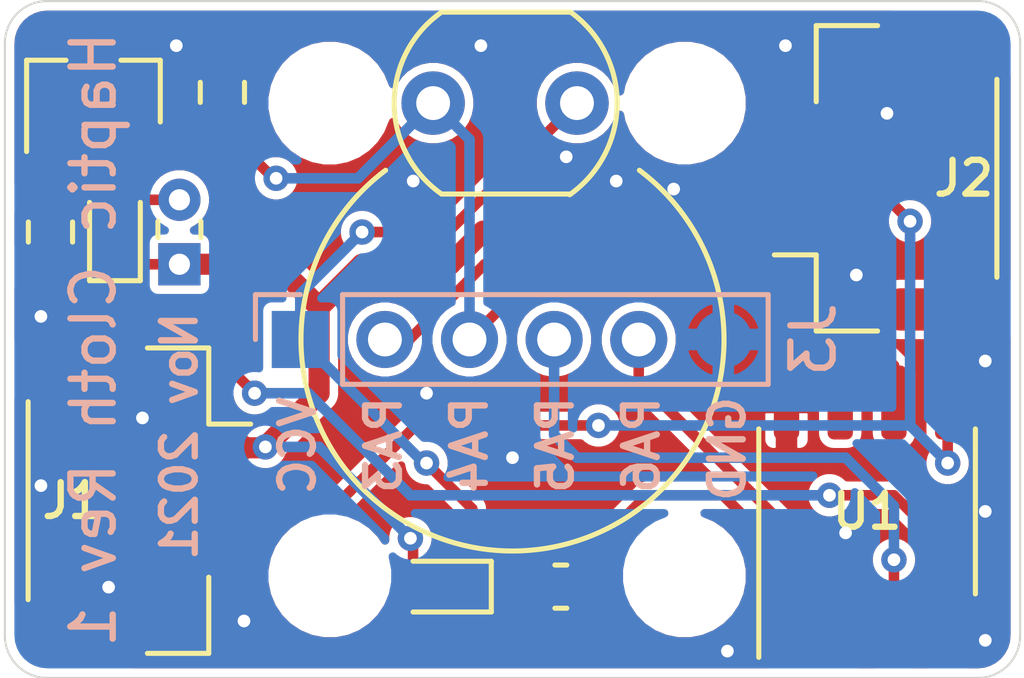
<source format=kicad_pcb>
(kicad_pcb (version 20171130) (host pcbnew "(5.1.8)-1")

  (general
    (thickness 1.6)
    (drawings 17)
    (tracks 118)
    (zones 0)
    (modules 16)
    (nets 11)
  )

  (page A4)
  (layers
    (0 F.Cu signal)
    (31 B.Cu signal)
    (32 B.Adhes user)
    (33 F.Adhes user)
    (34 B.Paste user)
    (35 F.Paste user)
    (36 B.SilkS user)
    (37 F.SilkS user)
    (38 B.Mask user)
    (39 F.Mask user)
    (40 Dwgs.User user)
    (41 Cmts.User user)
    (42 Eco1.User user)
    (43 Eco2.User user)
    (44 Edge.Cuts user)
    (45 Margin user)
    (46 B.CrtYd user)
    (47 F.CrtYd user)
    (48 B.Fab user hide)
    (49 F.Fab user hide)
  )

  (setup
    (last_trace_width 0.25)
    (user_trace_width 0.5)
    (trace_clearance 0.2)
    (zone_clearance 0.2)
    (zone_45_only no)
    (trace_min 0.2)
    (via_size 0.8)
    (via_drill 0.4)
    (via_min_size 0.4)
    (via_min_drill 0.3)
    (user_via 0.6 0.3)
    (uvia_size 0.3)
    (uvia_drill 0.1)
    (uvias_allowed no)
    (uvia_min_size 0.2)
    (uvia_min_drill 0.1)
    (edge_width 0.05)
    (segment_width 0.2)
    (pcb_text_width 0.3)
    (pcb_text_size 1.5 1.5)
    (mod_edge_width 0.12)
    (mod_text_size 0.8 0.8)
    (mod_text_width 0.15)
    (pad_size 1.35 1.35)
    (pad_drill 0)
    (pad_to_mask_clearance 0)
    (aux_axis_origin 0 0)
    (grid_origin 189.16 103.6)
    (visible_elements 7FFDFF7F)
    (pcbplotparams
      (layerselection 0x010fc_ffffffff)
      (usegerberextensions false)
      (usegerberattributes true)
      (usegerberadvancedattributes true)
      (creategerberjobfile true)
      (excludeedgelayer true)
      (linewidth 0.100000)
      (plotframeref false)
      (viasonmask false)
      (mode 1)
      (useauxorigin false)
      (hpglpennumber 1)
      (hpglpenspeed 20)
      (hpglpendiameter 15.000000)
      (psnegative false)
      (psa4output false)
      (plotreference true)
      (plotvalue true)
      (plotinvisibletext false)
      (padsonsilk false)
      (subtractmaskfromsilk false)
      (outputformat 1)
      (mirror false)
      (drillshape 1)
      (scaleselection 1)
      (outputdirectory ""))
  )

  (net 0 "")
  (net 1 GND)
  (net 2 VCC)
  (net 3 "Net-(D1-Pad2)")
  (net 4 /PA6)
  (net 5 /PA5)
  (net 6 /PA4)
  (net 7 /PA3)
  (net 8 /MCU_VCC)
  (net 9 /PB7)
  (net 10 /PB1)

  (net_class Default "This is the default net class."
    (clearance 0.2)
    (trace_width 0.25)
    (via_dia 0.8)
    (via_drill 0.4)
    (uvia_dia 0.3)
    (uvia_drill 0.1)
    (add_net /MCU_VCC)
    (add_net /PA3)
    (add_net /PA4)
    (add_net /PA5)
    (add_net /PA6)
    (add_net /PB1)
    (add_net /PB7)
    (add_net GND)
    (add_net "Net-(D1-Pad2)")
    (add_net VCC)
  )

  (module Connector_PinHeader_2.00mm:PinHeader_1x06_P2.00mm_Vertical locked (layer B.Cu) (tedit 618CFEE5) (tstamp 618D0405)
    (at 184.1435 103.6 270)
    (descr "Through hole straight pin header, 1x06, 2.00mm pitch, single row")
    (tags "Through hole pin header THT 1x06 2.00mm single row")
    (path /618D6033)
    (fp_text reference J3 (at 0 -12.1285 270) (layer B.SilkS)
      (effects (font (size 1 1) (thickness 0.15)) (justify mirror))
    )
    (fp_text value Prog (at 0 -12.06 270) (layer B.Fab)
      (effects (font (size 1 1) (thickness 0.15)) (justify mirror))
    )
    (fp_line (start 1.5 1.5) (end -1.5 1.5) (layer B.CrtYd) (width 0.05))
    (fp_line (start 1.5 -11.5) (end 1.5 1.5) (layer B.CrtYd) (width 0.05))
    (fp_line (start -1.5 -11.5) (end 1.5 -11.5) (layer B.CrtYd) (width 0.05))
    (fp_line (start -1.5 1.5) (end -1.5 -11.5) (layer B.CrtYd) (width 0.05))
    (fp_line (start -1.06 1.06) (end 0 1.06) (layer B.SilkS) (width 0.12))
    (fp_line (start -1.06 0) (end -1.06 1.06) (layer B.SilkS) (width 0.12))
    (fp_line (start -1.06 -1) (end 1.06 -1) (layer B.SilkS) (width 0.12))
    (fp_line (start 1.06 -1) (end 1.06 -11.06) (layer B.SilkS) (width 0.12))
    (fp_line (start -1.06 -1) (end -1.06 -11.06) (layer B.SilkS) (width 0.12))
    (fp_line (start -1.06 -11.06) (end 1.06 -11.06) (layer B.SilkS) (width 0.12))
    (fp_line (start -1 0.5) (end -0.5 1) (layer B.Fab) (width 0.1))
    (fp_line (start -1 -11) (end -1 0.5) (layer B.Fab) (width 0.1))
    (fp_line (start 1 -11) (end -1 -11) (layer B.Fab) (width 0.1))
    (fp_line (start 1 1) (end 1 -11) (layer B.Fab) (width 0.1))
    (fp_line (start -0.5 1) (end 1 1) (layer B.Fab) (width 0.1))
    (fp_text user %R (at 0 -5) (layer B.Fab)
      (effects (font (size 1 1) (thickness 0.15)) (justify mirror))
    )
    (pad 6 smd oval (at 0 -10 270) (size 1.35 1.35) (layers B.Cu B.Paste B.Mask)
      (net 1 GND))
    (pad 5 thru_hole oval (at 0 -8 270) (size 1.35 1.35) (drill 0.8) (layers *.Cu *.Mask)
      (net 4 /PA6))
    (pad 4 thru_hole oval (at 0 -6 270) (size 1.35 1.35) (drill 0.8) (layers *.Cu *.Mask)
      (net 5 /PA5))
    (pad 3 thru_hole oval (at 0 -4 270) (size 1.35 1.35) (drill 0.8) (layers *.Cu *.Mask)
      (net 6 /PA4))
    (pad 2 thru_hole oval (at 0 -2 270) (size 1.35 1.35) (drill 0.8) (layers *.Cu *.Mask)
      (net 7 /PA3))
    (pad 1 smd rect (at 0 0 270) (size 1.35 1.35) (layers B.Cu B.Paste B.Mask)
      (net 8 /MCU_VCC))
  )

  (module Resistor_SMD:R_0603_1608Metric (layer F.Cu) (tedit 5F68FEEE) (tstamp 618CC5C0)
    (at 182.302 97.758 90)
    (descr "Resistor SMD 0603 (1608 Metric), square (rectangular) end terminal, IPC_7351 nominal, (Body size source: IPC-SM-782 page 72, https://www.pcb-3d.com/wordpress/wp-content/uploads/ipc-sm-782a_amendment_1_and_2.pdf), generated with kicad-footprint-generator")
    (tags resistor)
    (path /61864A94)
    (attr smd)
    (fp_text reference R2 (at -1.016 1.778 180) (layer F.SilkS) hide
      (effects (font (size 0.8 0.8) (thickness 0.15)))
    )
    (fp_text value 1.2kR (at 0 1.43 90) (layer F.Fab)
      (effects (font (size 1 1) (thickness 0.15)))
    )
    (fp_line (start -0.8 0.4125) (end -0.8 -0.4125) (layer F.Fab) (width 0.1))
    (fp_line (start -0.8 -0.4125) (end 0.8 -0.4125) (layer F.Fab) (width 0.1))
    (fp_line (start 0.8 -0.4125) (end 0.8 0.4125) (layer F.Fab) (width 0.1))
    (fp_line (start 0.8 0.4125) (end -0.8 0.4125) (layer F.Fab) (width 0.1))
    (fp_line (start -0.237258 -0.5225) (end 0.237258 -0.5225) (layer F.SilkS) (width 0.12))
    (fp_line (start -0.237258 0.5225) (end 0.237258 0.5225) (layer F.SilkS) (width 0.12))
    (fp_line (start -1.48 0.73) (end -1.48 -0.73) (layer F.CrtYd) (width 0.05))
    (fp_line (start -1.48 -0.73) (end 1.48 -0.73) (layer F.CrtYd) (width 0.05))
    (fp_line (start 1.48 -0.73) (end 1.48 0.73) (layer F.CrtYd) (width 0.05))
    (fp_line (start 1.48 0.73) (end -1.48 0.73) (layer F.CrtYd) (width 0.05))
    (fp_text user %R (at 0 0 90) (layer F.Fab)
      (effects (font (size 0.4 0.4) (thickness 0.06)))
    )
    (pad 2 smd roundrect (at 0.825 0 90) (size 0.8 0.95) (layers F.Cu F.Paste F.Mask) (roundrect_rratio 0.25)
      (net 1 GND))
    (pad 1 smd roundrect (at -0.825 0 90) (size 0.8 0.95) (layers F.Cu F.Paste F.Mask) (roundrect_rratio 0.25)
      (net 6 /PA4))
    (model ${KISYS3DMOD}/Resistor_SMD.3dshapes/R_0603_1608Metric.wrl
      (at (xyz 0 0 0))
      (scale (xyz 1 1 1))
      (rotate (xyz 0 0 0))
    )
  )

  (module Capacitor_SMD:C_0603_1608Metric (layer F.Cu) (tedit 5F68FEEE) (tstamp 6185540A)
    (at 190.303 109.442 180)
    (descr "Capacitor SMD 0603 (1608 Metric), square (rectangular) end terminal, IPC_7351 nominal, (Body size source: IPC-SM-782 page 76, https://www.pcb-3d.com/wordpress/wp-content/uploads/ipc-sm-782a_amendment_1_and_2.pdf), generated with kicad-footprint-generator")
    (tags capacitor)
    (path /618626AA)
    (attr smd)
    (fp_text reference C1 (at 0 -1.27) (layer F.SilkS) hide
      (effects (font (size 0.8 0.8) (thickness 0.15)))
    )
    (fp_text value 10nF (at 0 1.43) (layer F.Fab)
      (effects (font (size 1 1) (thickness 0.15)))
    )
    (fp_line (start -0.8 0.4) (end -0.8 -0.4) (layer F.Fab) (width 0.1))
    (fp_line (start -0.8 -0.4) (end 0.8 -0.4) (layer F.Fab) (width 0.1))
    (fp_line (start 0.8 -0.4) (end 0.8 0.4) (layer F.Fab) (width 0.1))
    (fp_line (start 0.8 0.4) (end -0.8 0.4) (layer F.Fab) (width 0.1))
    (fp_line (start -0.14058 -0.51) (end 0.14058 -0.51) (layer F.SilkS) (width 0.12))
    (fp_line (start -0.14058 0.51) (end 0.14058 0.51) (layer F.SilkS) (width 0.12))
    (fp_line (start -1.48 0.73) (end -1.48 -0.73) (layer F.CrtYd) (width 0.05))
    (fp_line (start -1.48 -0.73) (end 1.48 -0.73) (layer F.CrtYd) (width 0.05))
    (fp_line (start 1.48 -0.73) (end 1.48 0.73) (layer F.CrtYd) (width 0.05))
    (fp_line (start 1.48 0.73) (end -1.48 0.73) (layer F.CrtYd) (width 0.05))
    (fp_text user %R (at 0 0) (layer F.Fab)
      (effects (font (size 0.4 0.4) (thickness 0.06)))
    )
    (pad 2 smd roundrect (at 0.775 0 180) (size 0.9 0.95) (layers F.Cu F.Paste F.Mask) (roundrect_rratio 0.25)
      (net 1 GND))
    (pad 1 smd roundrect (at -0.775 0 180) (size 0.9 0.95) (layers F.Cu F.Paste F.Mask) (roundrect_rratio 0.25)
      (net 8 /MCU_VCC))
    (model ${KISYS3DMOD}/Capacitor_SMD.3dshapes/C_0603_1608Metric.wrl
      (at (xyz 0 0 0))
      (scale (xyz 1 1 1))
      (rotate (xyz 0 0 0))
    )
  )

  (module Resistor_SMD:R_0603_1608Metric (layer F.Cu) (tedit 5F68FEEE) (tstamp 618CA5EC)
    (at 178.238 101.06 270)
    (descr "Resistor SMD 0603 (1608 Metric), square (rectangular) end terminal, IPC_7351 nominal, (Body size source: IPC-SM-782 page 72, https://www.pcb-3d.com/wordpress/wp-content/uploads/ipc-sm-782a_amendment_1_and_2.pdf), generated with kicad-footprint-generator")
    (tags resistor)
    (path /618F1DEC)
    (attr smd)
    (fp_text reference R3 (at -2.286 0 90) (layer F.SilkS) hide
      (effects (font (size 0.8 0.8) (thickness 0.15)))
    )
    (fp_text value 47k (at 0 1.43 90) (layer F.Fab)
      (effects (font (size 1 1) (thickness 0.15)))
    )
    (fp_line (start -0.8 0.4125) (end -0.8 -0.4125) (layer F.Fab) (width 0.1))
    (fp_line (start -0.8 -0.4125) (end 0.8 -0.4125) (layer F.Fab) (width 0.1))
    (fp_line (start 0.8 -0.4125) (end 0.8 0.4125) (layer F.Fab) (width 0.1))
    (fp_line (start 0.8 0.4125) (end -0.8 0.4125) (layer F.Fab) (width 0.1))
    (fp_line (start -0.237258 -0.5225) (end 0.237258 -0.5225) (layer F.SilkS) (width 0.12))
    (fp_line (start -0.237258 0.5225) (end 0.237258 0.5225) (layer F.SilkS) (width 0.12))
    (fp_line (start -1.48 0.73) (end -1.48 -0.73) (layer F.CrtYd) (width 0.05))
    (fp_line (start -1.48 -0.73) (end 1.48 -0.73) (layer F.CrtYd) (width 0.05))
    (fp_line (start 1.48 -0.73) (end 1.48 0.73) (layer F.CrtYd) (width 0.05))
    (fp_line (start 1.48 0.73) (end -1.48 0.73) (layer F.CrtYd) (width 0.05))
    (fp_text user %R (at 0 0 90) (layer F.Fab)
      (effects (font (size 0.4 0.4) (thickness 0.06)))
    )
    (pad 2 smd roundrect (at 0.825 0 270) (size 0.8 0.95) (layers F.Cu F.Paste F.Mask) (roundrect_rratio 0.25)
      (net 1 GND))
    (pad 1 smd roundrect (at -0.825 0 270) (size 0.8 0.95) (layers F.Cu F.Paste F.Mask) (roundrect_rratio 0.25)
      (net 9 /PB7))
    (model ${KISYS3DMOD}/Resistor_SMD.3dshapes/R_0603_1608Metric.wrl
      (at (xyz 0 0 0))
      (scale (xyz 1 1 1))
      (rotate (xyz 0 0 0))
    )
  )

  (module Package_SO:SO-8_3.9x4.9mm_P1.27mm (layer F.Cu) (tedit 5D9F72B1) (tstamp 618C89D9)
    (at 197.542 107.664 90)
    (descr "SO, 8 Pin (https://www.nxp.com/docs/en/data-sheet/PCF8523.pdf), generated with kicad-footprint-generator ipc_gullwing_generator.py")
    (tags "SO SO")
    (path /618CAB99)
    (attr smd)
    (fp_text reference U1 (at 0 0 180) (layer F.SilkS)
      (effects (font (size 0.8 0.8) (thickness 0.15)))
    )
    (fp_text value PFS172-SO8 (at 0 3.4 90) (layer F.Fab)
      (effects (font (size 1 1) (thickness 0.15)))
    )
    (fp_line (start 0 2.56) (end 1.95 2.56) (layer F.SilkS) (width 0.12))
    (fp_line (start 0 2.56) (end -1.95 2.56) (layer F.SilkS) (width 0.12))
    (fp_line (start 0 -2.56) (end 1.95 -2.56) (layer F.SilkS) (width 0.12))
    (fp_line (start 0 -2.56) (end -3.45 -2.56) (layer F.SilkS) (width 0.12))
    (fp_line (start -0.975 -2.45) (end 1.95 -2.45) (layer F.Fab) (width 0.1))
    (fp_line (start 1.95 -2.45) (end 1.95 2.45) (layer F.Fab) (width 0.1))
    (fp_line (start 1.95 2.45) (end -1.95 2.45) (layer F.Fab) (width 0.1))
    (fp_line (start -1.95 2.45) (end -1.95 -1.475) (layer F.Fab) (width 0.1))
    (fp_line (start -1.95 -1.475) (end -0.975 -2.45) (layer F.Fab) (width 0.1))
    (fp_line (start -3.7 -2.7) (end -3.7 2.7) (layer F.CrtYd) (width 0.05))
    (fp_line (start -3.7 2.7) (end 3.7 2.7) (layer F.CrtYd) (width 0.05))
    (fp_line (start 3.7 2.7) (end 3.7 -2.7) (layer F.CrtYd) (width 0.05))
    (fp_line (start 3.7 -2.7) (end -3.7 -2.7) (layer F.CrtYd) (width 0.05))
    (fp_text user %R (at 0 0 90) (layer F.Fab)
      (effects (font (size 0.98 0.98) (thickness 0.15)))
    )
    (pad 8 smd roundrect (at 2.575 -1.905 90) (size 1.75 0.6) (layers F.Cu F.Paste F.Mask) (roundrect_rratio 0.25)
      (net 1 GND))
    (pad 7 smd roundrect (at 2.575 -0.635 90) (size 1.75 0.6) (layers F.Cu F.Paste F.Mask) (roundrect_rratio 0.25)
      (net 6 /PA4))
    (pad 6 smd roundrect (at 2.575 0.635 90) (size 1.75 0.6) (layers F.Cu F.Paste F.Mask) (roundrect_rratio 0.25)
      (net 7 /PA3))
    (pad 5 smd roundrect (at 2.575 1.905 90) (size 1.75 0.6) (layers F.Cu F.Paste F.Mask) (roundrect_rratio 0.25)
      (net 10 /PB1))
    (pad 4 smd roundrect (at -2.575 1.905 90) (size 1.75 0.6) (layers F.Cu F.Paste F.Mask) (roundrect_rratio 0.25)
      (net 9 /PB7))
    (pad 3 smd roundrect (at -2.575 0.635 90) (size 1.75 0.6) (layers F.Cu F.Paste F.Mask) (roundrect_rratio 0.25)
      (net 5 /PA5))
    (pad 2 smd roundrect (at -2.575 -0.635 90) (size 1.75 0.6) (layers F.Cu F.Paste F.Mask) (roundrect_rratio 0.25)
      (net 4 /PA6))
    (pad 1 smd roundrect (at -2.575 -1.905 90) (size 1.75 0.6) (layers F.Cu F.Paste F.Mask) (roundrect_rratio 0.25)
      (net 8 /MCU_VCC))
    (model ${KISYS3DMOD}/Package_SO.3dshapes/SO-8_3.9x4.9mm_P1.27mm.wrl
      (at (xyz 0 0 0))
      (scale (xyz 1 1 1))
      (rotate (xyz 0 0 0))
    )
    (model ${KISYS3DMOD}/Package_SO.3dshapes/HTSOP-8-1EP_3.9x4.9mm_Pitch1.27mm.wrl
      (at (xyz 0 0 0))
      (scale (xyz 1 1 1))
      (rotate (xyz 0 0 0))
    )
  )

  (module haptic-cloth:Motor (layer F.Cu) (tedit 618BCC58) (tstamp 61855885)
    (at 181.286 101.06 90)
    (path /6185E2BA)
    (fp_text reference M1 (at -2.794 -1.27 90) (layer F.SilkS) hide
      (effects (font (size 0.8 0.8) (thickness 0.15)))
    )
    (fp_text value Motor_DC (at 0 -3.75 90) (layer F.Fab)
      (effects (font (size 1 1) (thickness 0.15)))
    )
    (fp_line (start -0.127 -0.508) (end 0.254 -0.508) (layer F.SilkS) (width 0.12))
    (fp_line (start 0.254 0.508) (end -0.127 0.508) (layer F.SilkS) (width 0.12))
    (pad 2 thru_hole circle (at 0.762 0 180) (size 1 1) (drill 0.5) (layers *.Cu *.Mask)
      (net 3 "Net-(D1-Pad2)"))
    (pad 1 thru_hole rect (at -0.762 0 180) (size 1 1) (drill 0.5) (layers *.Cu *.Mask)
      (net 2 VCC))
    (model "${KIPRJMOD}/1030 Vibration Motor v1.step"
      (offset (xyz -2.45 -8 0.1))
      (scale (xyz 1 1 1))
      (rotate (xyz -90 0 0))
    )
  )

  (module "haptic-cloth:Mounting Hole" (layer F.Cu) (tedit 618BC39F) (tstamp 618C3DA0)
    (at 193.224 109.188)
    (path /6186A8FB)
    (fp_text reference H4 (at 0 2.25) (layer F.SilkS) hide
      (effects (font (size 0.8 0.8) (thickness 0.15)))
    )
    (fp_text value MountingHole (at 0 -2.25) (layer F.Fab)
      (effects (font (size 1 1) (thickness 0.15)))
    )
    (pad "" np_thru_hole circle (at 0 0) (size 2.5 2.5) (drill 2.5) (layers *.Cu *.Mask))
  )

  (module "haptic-cloth:Mounting Hole" (layer F.Cu) (tedit 618BC39F) (tstamp 618C3D9B)
    (at 193.224 98.012)
    (path /6186A8E9)
    (fp_text reference H3 (at 0 2.25) (layer F.SilkS) hide
      (effects (font (size 0.8 0.8) (thickness 0.15)))
    )
    (fp_text value MountingHole (at 0 -2.25) (layer F.Fab)
      (effects (font (size 1 1) (thickness 0.15)))
    )
    (pad "" np_thru_hole circle (at 0 0) (size 2.5 2.5) (drill 2.5) (layers *.Cu *.Mask))
  )

  (module "haptic-cloth:Mounting Hole" (layer F.Cu) (tedit 618BC39F) (tstamp 618C3D96)
    (at 184.842 109.188)
    (path /61869EB1)
    (fp_text reference H2 (at 0 2.25) (layer F.SilkS) hide
      (effects (font (size 0.8 0.8) (thickness 0.15)))
    )
    (fp_text value MountingHole (at 0 -2.25) (layer F.Fab)
      (effects (font (size 1 1) (thickness 0.15)))
    )
    (pad "" np_thru_hole circle (at 0 0) (size 2.5 2.5) (drill 2.5) (layers *.Cu *.Mask))
  )

  (module "haptic-cloth:Mounting Hole" (layer F.Cu) (tedit 618BC39F) (tstamp 618C3F3D)
    (at 184.842 98.012)
    (path /61868935)
    (fp_text reference H1 (at 0 2.25) (layer F.SilkS) hide
      (effects (font (size 0.8 0.8) (thickness 0.15)))
    )
    (fp_text value MountingHole (at 0 -2.25) (layer F.Fab)
      (effects (font (size 1 1) (thickness 0.15)))
    )
    (pad "" np_thru_hole circle (at 0 0) (size 2.5 2.5) (drill 2.5) (layers *.Cu *.Mask))
  )

  (module Connector_JST:JST_GH_SM03B-GHS-TB_1x03-1MP_P1.25mm_Horizontal (layer F.Cu) (tedit 5B78AD87) (tstamp 618556B3)
    (at 198.05 99.79 90)
    (descr "JST GH series connector, SM03B-GHS-TB (http://www.jst-mfg.com/product/pdf/eng/eGH.pdf), generated with kicad-footprint-generator")
    (tags "connector JST GH top entry")
    (path /6185681F)
    (attr smd)
    (fp_text reference J2 (at 0 1.778 180) (layer F.SilkS)
      (effects (font (size 0.8 0.8) (thickness 0.15)))
    )
    (fp_text value Conn_01x03 (at 0 3.9 90) (layer F.Fab)
      (effects (font (size 1 1) (thickness 0.15)))
    )
    (fp_line (start -3.5 -1.6) (end 3.5 -1.6) (layer F.Fab) (width 0.1))
    (fp_line (start -3.61 -0.26) (end -3.61 -1.71) (layer F.SilkS) (width 0.12))
    (fp_line (start -3.61 -1.71) (end -1.81 -1.71) (layer F.SilkS) (width 0.12))
    (fp_line (start -1.81 -1.71) (end -1.81 -2.7) (layer F.SilkS) (width 0.12))
    (fp_line (start 3.61 -0.26) (end 3.61 -1.71) (layer F.SilkS) (width 0.12))
    (fp_line (start 3.61 -1.71) (end 1.81 -1.71) (layer F.SilkS) (width 0.12))
    (fp_line (start -2.34 2.56) (end 2.34 2.56) (layer F.SilkS) (width 0.12))
    (fp_line (start -3.5 2.45) (end 3.5 2.45) (layer F.Fab) (width 0.1))
    (fp_line (start -3.5 -1.6) (end -3.5 2.45) (layer F.Fab) (width 0.1))
    (fp_line (start 3.5 -1.6) (end 3.5 2.45) (layer F.Fab) (width 0.1))
    (fp_line (start -4.1 -3.2) (end -4.1 3.2) (layer F.CrtYd) (width 0.05))
    (fp_line (start -4.1 3.2) (end 4.1 3.2) (layer F.CrtYd) (width 0.05))
    (fp_line (start 4.1 3.2) (end 4.1 -3.2) (layer F.CrtYd) (width 0.05))
    (fp_line (start 4.1 -3.2) (end -4.1 -3.2) (layer F.CrtYd) (width 0.05))
    (fp_line (start -1.75 -1.6) (end -1.25 -0.892893) (layer F.Fab) (width 0.1))
    (fp_line (start -1.25 -0.892893) (end -0.75 -1.6) (layer F.Fab) (width 0.1))
    (fp_text user %R (at 0 0 90) (layer F.Fab)
      (effects (font (size 1 1) (thickness 0.15)))
    )
    (pad MP smd roundrect (at 3.1 1.35 90) (size 1 2.7) (layers F.Cu F.Paste F.Mask) (roundrect_rratio 0.25))
    (pad MP smd roundrect (at -3.1 1.35 90) (size 1 2.7) (layers F.Cu F.Paste F.Mask) (roundrect_rratio 0.25))
    (pad 3 smd roundrect (at 1.25 -1.85 90) (size 0.6 1.7) (layers F.Cu F.Paste F.Mask) (roundrect_rratio 0.25)
      (net 1 GND))
    (pad 2 smd roundrect (at 0 -1.85 90) (size 0.6 1.7) (layers F.Cu F.Paste F.Mask) (roundrect_rratio 0.25)
      (net 10 /PB1))
    (pad 1 smd roundrect (at -1.25 -1.85 90) (size 0.6 1.7) (layers F.Cu F.Paste F.Mask) (roundrect_rratio 0.25)
      (net 2 VCC))
    (model ${KISYS3DMOD}/Connector_JST.3dshapes/JST_GH_SM03B-GHS-TB_1x03-1MP_P1.25mm_Horizontal.wrl
      (at (xyz 0 0 0))
      (scale (xyz 1 1 1))
      (rotate (xyz 0 0 0))
    )
  )

  (module Connector_JST:JST_GH_SM03B-GHS-TB_1x03-1MP_P1.25mm_Horizontal (layer F.Cu) (tedit 5B78AD87) (tstamp 618C9C53)
    (at 180.27 107.41 270)
    (descr "JST GH series connector, SM03B-GHS-TB (http://www.jst-mfg.com/product/pdf/eng/eGH.pdf), generated with kicad-footprint-generator")
    (tags "connector JST GH top entry")
    (path /6184DCAC)
    (attr smd)
    (fp_text reference J1 (at 0 1.524 180) (layer F.SilkS)
      (effects (font (size 0.8 0.8) (thickness 0.15)))
    )
    (fp_text value Conn_01x03 (at 0 3.9 90) (layer F.Fab)
      (effects (font (size 1 1) (thickness 0.15)))
    )
    (fp_line (start -3.5 -1.6) (end 3.5 -1.6) (layer F.Fab) (width 0.1))
    (fp_line (start -3.61 -0.26) (end -3.61 -1.71) (layer F.SilkS) (width 0.12))
    (fp_line (start -3.61 -1.71) (end -1.81 -1.71) (layer F.SilkS) (width 0.12))
    (fp_line (start -1.81 -1.71) (end -1.81 -2.7) (layer F.SilkS) (width 0.12))
    (fp_line (start 3.61 -0.26) (end 3.61 -1.71) (layer F.SilkS) (width 0.12))
    (fp_line (start 3.61 -1.71) (end 1.81 -1.71) (layer F.SilkS) (width 0.12))
    (fp_line (start -2.34 2.56) (end 2.34 2.56) (layer F.SilkS) (width 0.12))
    (fp_line (start -3.5 2.45) (end 3.5 2.45) (layer F.Fab) (width 0.1))
    (fp_line (start -3.5 -1.6) (end -3.5 2.45) (layer F.Fab) (width 0.1))
    (fp_line (start 3.5 -1.6) (end 3.5 2.45) (layer F.Fab) (width 0.1))
    (fp_line (start -4.1 -3.2) (end -4.1 3.2) (layer F.CrtYd) (width 0.05))
    (fp_line (start -4.1 3.2) (end 4.1 3.2) (layer F.CrtYd) (width 0.05))
    (fp_line (start 4.1 3.2) (end 4.1 -3.2) (layer F.CrtYd) (width 0.05))
    (fp_line (start 4.1 -3.2) (end -4.1 -3.2) (layer F.CrtYd) (width 0.05))
    (fp_line (start -1.75 -1.6) (end -1.25 -0.892893) (layer F.Fab) (width 0.1))
    (fp_line (start -1.25 -0.892893) (end -0.75 -1.6) (layer F.Fab) (width 0.1))
    (fp_text user %R (at 0 0 90) (layer F.Fab)
      (effects (font (size 1 1) (thickness 0.15)))
    )
    (pad MP smd roundrect (at 3.1 1.35 270) (size 1 2.7) (layers F.Cu F.Paste F.Mask) (roundrect_rratio 0.25))
    (pad MP smd roundrect (at -3.1 1.35 270) (size 1 2.7) (layers F.Cu F.Paste F.Mask) (roundrect_rratio 0.25))
    (pad 3 smd roundrect (at 1.25 -1.85 270) (size 0.6 1.7) (layers F.Cu F.Paste F.Mask) (roundrect_rratio 0.25)
      (net 1 GND))
    (pad 2 smd roundrect (at 0 -1.85 270) (size 0.6 1.7) (layers F.Cu F.Paste F.Mask) (roundrect_rratio 0.25)
      (net 10 /PB1))
    (pad 1 smd roundrect (at -1.25 -1.85 270) (size 0.6 1.7) (layers F.Cu F.Paste F.Mask) (roundrect_rratio 0.25)
      (net 2 VCC))
    (model ${KISYS3DMOD}/Connector_JST.3dshapes/JST_GH_SM03B-GHS-TB_1x03-1MP_P1.25mm_Horizontal.wrl
      (at (xyz 0 0 0))
      (scale (xyz 1 1 1))
      (rotate (xyz 0 0 0))
    )
  )

  (module OptoDevice:R_LDR_5.1x4.3mm_P3.4mm_Vertical (layer F.Cu) (tedit 5B8603DB) (tstamp 618C9E7B)
    (at 190.684 98.012 180)
    (descr "Resistor, LDR 5.1x3.4mm, see http://yourduino.com/docs/Photoresistor-5516-datasheet.pdf")
    (tags "Resistor LDR5.1x3.4mm")
    (path /61863C9B)
    (fp_text reference R1 (at 1.7 0 270) (layer F.SilkS) hide
      (effects (font (size 0.8 0.8) (thickness 0.15)))
    )
    (fp_text value R_PHOTO (at 1.5 3) (layer F.Fab)
      (effects (font (size 1 1) (thickness 0.15)))
    )
    (fp_line (start 0.15 2.15) (end 3.2 2.15) (layer F.SilkS) (width 0.12))
    (fp_line (start 0.15 -2.15) (end 3.2 -2.15) (layer F.SilkS) (width 0.12))
    (fp_line (start 1 0) (end 2.3 0) (layer F.Fab) (width 0.1))
    (fp_line (start 2.3 0) (end 2.3 -0.6) (layer F.Fab) (width 0.1))
    (fp_line (start 2.3 -0.6) (end 0.8 -0.6) (layer F.Fab) (width 0.1))
    (fp_line (start 2.6 0.6) (end 1 0.6) (layer F.Fab) (width 0.1))
    (fp_line (start 0.8 -1.8) (end 2.6 -1.8) (layer F.Fab) (width 0.1))
    (fp_line (start 2.6 -1.8) (end 2.6 -1.2) (layer F.Fab) (width 0.1))
    (fp_line (start 2.6 -1.2) (end 0.8 -1.2) (layer F.Fab) (width 0.1))
    (fp_line (start 0.8 -1.2) (end 0.8 -0.6) (layer F.Fab) (width 0.1))
    (fp_line (start 1 0) (end 1 0.6) (layer F.Fab) (width 0.1))
    (fp_line (start 2.6 0.6) (end 2.6 1.2) (layer F.Fab) (width 0.1))
    (fp_line (start 2.6 1.2) (end 0.8 1.2) (layer F.Fab) (width 0.1))
    (fp_line (start 0.8 1.2) (end 0.8 1.8) (layer F.Fab) (width 0.1))
    (fp_line (start 0.8 1.8) (end 2.6 1.8) (layer F.Fab) (width 0.1))
    (fp_line (start 3.2 2.1) (end 0.2 2.1) (layer F.Fab) (width 0.1))
    (fp_line (start 0.2 -2.1) (end 3.2 -2.1) (layer F.Fab) (width 0.1))
    (fp_line (start -1.13 -2.35) (end 4.53 -2.35) (layer F.CrtYd) (width 0.05))
    (fp_line (start -1.13 -2.35) (end -1.13 2.35) (layer F.CrtYd) (width 0.05))
    (fp_line (start 4.53 2.35) (end 4.53 -2.35) (layer F.CrtYd) (width 0.05))
    (fp_line (start 4.53 2.35) (end -1.13 2.35) (layer F.CrtYd) (width 0.05))
    (fp_arc (start 1.7 0) (end 0.2 2.1) (angle 109) (layer F.Fab) (width 0.1))
    (fp_arc (start 1.7 0) (end 3.2 -2.1) (angle 109) (layer F.Fab) (width 0.1))
    (fp_arc (start 1.7 0) (end 3.2 -2.15) (angle 109) (layer F.SilkS) (width 0.12))
    (fp_arc (start 1.7 0) (end 0.15 2.15) (angle 109) (layer F.SilkS) (width 0.12))
    (fp_text user %R (at 1.7 -2.9) (layer F.Fab)
      (effects (font (size 1 1) (thickness 0.15)))
    )
    (pad 2 thru_hole circle (at 3.4 0 180) (size 1.5 1.5) (drill 0.8) (layers *.Cu *.Mask)
      (net 6 /PA4))
    (pad 1 thru_hole circle (at 0 0 180) (size 1.5 1.5) (drill 0.8) (layers *.Cu *.Mask)
      (net 8 /MCU_VCC))
    (model ${KISYS3DMOD}/OptoDevice.3dshapes/R_LDR_5.1x4.3mm_P3.4mm_Vertical.wrl
      (offset (xyz 0 0 1))
      (scale (xyz 1 1 1))
      (rotate (xyz 0 0 0))
    )
  )

  (module Diode_SMD:D_SOD-523 (layer F.Cu) (tedit 586419F0) (tstamp 6187D462)
    (at 187.509 109.442 180)
    (descr "http://www.diodes.com/datasheets/ap02001.pdf p.144")
    (tags "Diode SOD523")
    (path /61878EDB)
    (attr smd)
    (fp_text reference D2 (at 0 -1.27) (layer F.SilkS) hide
      (effects (font (size 0.8 0.8) (thickness 0.15)))
    )
    (fp_text value 1N5819 (at 0 1.4) (layer F.Fab)
      (effects (font (size 0.8 0.8) (thickness 0.15)))
    )
    (fp_line (start -1.15 -0.6) (end -1.15 0.6) (layer F.SilkS) (width 0.12))
    (fp_line (start 1.25 -0.7) (end 1.25 0.7) (layer F.CrtYd) (width 0.05))
    (fp_line (start -1.25 -0.7) (end 1.25 -0.7) (layer F.CrtYd) (width 0.05))
    (fp_line (start -1.25 0.7) (end -1.25 -0.7) (layer F.CrtYd) (width 0.05))
    (fp_line (start 1.25 0.7) (end -1.25 0.7) (layer F.CrtYd) (width 0.05))
    (fp_line (start 0.1 0) (end 0.25 0) (layer F.Fab) (width 0.1))
    (fp_line (start 0.1 -0.2) (end -0.2 0) (layer F.Fab) (width 0.1))
    (fp_line (start 0.1 0.2) (end 0.1 -0.2) (layer F.Fab) (width 0.1))
    (fp_line (start -0.2 0) (end 0.1 0.2) (layer F.Fab) (width 0.1))
    (fp_line (start -0.2 0) (end -0.35 0) (layer F.Fab) (width 0.1))
    (fp_line (start -0.2 0.2) (end -0.2 -0.2) (layer F.Fab) (width 0.1))
    (fp_line (start 0.65 -0.45) (end 0.65 0.45) (layer F.Fab) (width 0.1))
    (fp_line (start -0.65 -0.45) (end 0.65 -0.45) (layer F.Fab) (width 0.1))
    (fp_line (start -0.65 0.45) (end -0.65 -0.45) (layer F.Fab) (width 0.1))
    (fp_line (start 0.65 0.45) (end -0.65 0.45) (layer F.Fab) (width 0.1))
    (fp_line (start 0.7 -0.6) (end -1.15 -0.6) (layer F.SilkS) (width 0.12))
    (fp_line (start 0.7 0.6) (end -1.15 0.6) (layer F.SilkS) (width 0.12))
    (fp_text user %R (at 0 -1.3) (layer F.Fab)
      (effects (font (size 0.8 0.8) (thickness 0.15)))
    )
    (pad 1 smd rect (at -0.7 0) (size 0.6 0.7) (layers F.Cu F.Paste F.Mask)
      (net 8 /MCU_VCC))
    (pad 2 smd rect (at 0.7 0) (size 0.6 0.7) (layers F.Cu F.Paste F.Mask)
      (net 2 VCC))
    (model ${KISYS3DMOD}/Diode_SMD.3dshapes/D_SOD-523.wrl
      (at (xyz 0 0 0))
      (scale (xyz 1 1 1))
      (rotate (xyz 0 0 0))
    )
  )

  (module Diode_SMD:D_SOD-523 (layer F.Cu) (tedit 586419F0) (tstamp 6187D44A)
    (at 179.762 101.06 90)
    (descr "http://www.diodes.com/datasheets/ap02001.pdf p.144")
    (tags "Diode SOD523")
    (path /61880053)
    (attr smd)
    (fp_text reference D1 (at -2.032 0 90) (layer F.SilkS) hide
      (effects (font (size 0.8 0.8) (thickness 0.15)))
    )
    (fp_text value 1N5819 (at 0 1.4 90) (layer F.Fab)
      (effects (font (size 0.8 0.8) (thickness 0.15)))
    )
    (fp_line (start -1.15 -0.6) (end -1.15 0.6) (layer F.SilkS) (width 0.12))
    (fp_line (start 1.25 -0.7) (end 1.25 0.7) (layer F.CrtYd) (width 0.05))
    (fp_line (start -1.25 -0.7) (end 1.25 -0.7) (layer F.CrtYd) (width 0.05))
    (fp_line (start -1.25 0.7) (end -1.25 -0.7) (layer F.CrtYd) (width 0.05))
    (fp_line (start 1.25 0.7) (end -1.25 0.7) (layer F.CrtYd) (width 0.05))
    (fp_line (start 0.1 0) (end 0.25 0) (layer F.Fab) (width 0.1))
    (fp_line (start 0.1 -0.2) (end -0.2 0) (layer F.Fab) (width 0.1))
    (fp_line (start 0.1 0.2) (end 0.1 -0.2) (layer F.Fab) (width 0.1))
    (fp_line (start -0.2 0) (end 0.1 0.2) (layer F.Fab) (width 0.1))
    (fp_line (start -0.2 0) (end -0.35 0) (layer F.Fab) (width 0.1))
    (fp_line (start -0.2 0.2) (end -0.2 -0.2) (layer F.Fab) (width 0.1))
    (fp_line (start 0.65 -0.45) (end 0.65 0.45) (layer F.Fab) (width 0.1))
    (fp_line (start -0.65 -0.45) (end 0.65 -0.45) (layer F.Fab) (width 0.1))
    (fp_line (start -0.65 0.45) (end -0.65 -0.45) (layer F.Fab) (width 0.1))
    (fp_line (start 0.65 0.45) (end -0.65 0.45) (layer F.Fab) (width 0.1))
    (fp_line (start 0.7 -0.6) (end -1.15 -0.6) (layer F.SilkS) (width 0.12))
    (fp_line (start 0.7 0.6) (end -1.15 0.6) (layer F.SilkS) (width 0.12))
    (fp_text user %R (at 0 -1.3 90) (layer F.Fab)
      (effects (font (size 0.8 0.8) (thickness 0.15)))
    )
    (pad 1 smd rect (at -0.7 0 270) (size 0.6 0.7) (layers F.Cu F.Paste F.Mask)
      (net 2 VCC))
    (pad 2 smd rect (at 0.7 0 270) (size 0.6 0.7) (layers F.Cu F.Paste F.Mask)
      (net 3 "Net-(D1-Pad2)"))
    (model ${KISYS3DMOD}/Diode_SMD.3dshapes/D_SOD-523.wrl
      (at (xyz 0 0 0))
      (scale (xyz 1 1 1))
      (rotate (xyz 0 0 0))
    )
  )

  (module Package_TO_SOT_SMD:SOT-23 (layer F.Cu) (tedit 5A02FF57) (tstamp 618D15D1)
    (at 179.254 97.758 90)
    (descr "SOT-23, Standard")
    (tags SOT-23)
    (path /61850669)
    (attr smd)
    (fp_text reference Q1 (at 1.524 -1.348 180) (layer F.SilkS) hide
      (effects (font (size 0.8 0.8) (thickness 0.15)))
    )
    (fp_text value BSS138 (at 0 2.5 90) (layer F.Fab)
      (effects (font (size 0.8 0.8) (thickness 0.15)))
    )
    (fp_line (start -0.7 -0.95) (end -0.7 1.5) (layer F.Fab) (width 0.1))
    (fp_line (start -0.15 -1.52) (end 0.7 -1.52) (layer F.Fab) (width 0.1))
    (fp_line (start -0.7 -0.95) (end -0.15 -1.52) (layer F.Fab) (width 0.1))
    (fp_line (start 0.7 -1.52) (end 0.7 1.52) (layer F.Fab) (width 0.1))
    (fp_line (start -0.7 1.52) (end 0.7 1.52) (layer F.Fab) (width 0.1))
    (fp_line (start 0.76 1.58) (end 0.76 0.65) (layer F.SilkS) (width 0.12))
    (fp_line (start 0.76 -1.58) (end 0.76 -0.65) (layer F.SilkS) (width 0.12))
    (fp_line (start -1.7 -1.75) (end 1.7 -1.75) (layer F.CrtYd) (width 0.05))
    (fp_line (start 1.7 -1.75) (end 1.7 1.75) (layer F.CrtYd) (width 0.05))
    (fp_line (start 1.7 1.75) (end -1.7 1.75) (layer F.CrtYd) (width 0.05))
    (fp_line (start -1.7 1.75) (end -1.7 -1.75) (layer F.CrtYd) (width 0.05))
    (fp_line (start 0.76 -1.58) (end -1.4 -1.58) (layer F.SilkS) (width 0.12))
    (fp_line (start 0.76 1.58) (end -0.7 1.58) (layer F.SilkS) (width 0.12))
    (fp_text user %R (at 0 0) (layer F.Fab)
      (effects (font (size 0.8 0.8) (thickness 0.15)))
    )
    (pad 3 smd rect (at 1 0 90) (size 0.9 0.8) (layers F.Cu F.Paste F.Mask)
      (net 3 "Net-(D1-Pad2)"))
    (pad 2 smd rect (at -1 0.95 90) (size 0.9 0.8) (layers F.Cu F.Paste F.Mask)
      (net 1 GND))
    (pad 1 smd rect (at -1 -0.95 90) (size 0.9 0.8) (layers F.Cu F.Paste F.Mask)
      (net 9 /PB7))
    (model ${KISYS3DMOD}/Package_TO_SOT_SMD.3dshapes/SOT-23.wrl
      (at (xyz 0 0 0))
      (scale (xyz 1 1 1))
      (rotate (xyz 0 0 0))
    )
  )

  (gr_text "Nov 2021" (at 181.286 105.886 90) (layer B.SilkS)
    (effects (font (size 0.8 0.8) (thickness 0.15)) (justify mirror))
  )
  (gr_text "Haptic Cloth Rev 1" (at 179.254 103.6 90) (layer B.SilkS)
    (effects (font (size 1 1) (thickness 0.15)) (justify mirror))
  )
  (gr_text GND (at 194.24 104.87 90) (layer B.SilkS)
    (effects (font (size 0.8 0.8) (thickness 0.15)) (justify left mirror))
  )
  (gr_text PA6 (at 192.208 104.87 90) (layer B.SilkS)
    (effects (font (size 0.8 0.8) (thickness 0.15)) (justify left mirror))
  )
  (gr_text PA5 (at 190.176 104.87 90) (layer B.SilkS)
    (effects (font (size 0.8 0.8) (thickness 0.15)) (justify left mirror))
  )
  (gr_text PA4 (at 188.144 104.87 90) (layer B.SilkS)
    (effects (font (size 0.8 0.8) (thickness 0.15)) (justify left mirror))
  )
  (gr_text VCC (at 184.08 104.87 90) (layer B.SilkS) (tstamp 618D1458)
    (effects (font (size 0.8 0.8) (thickness 0.15)) (justify left mirror))
  )
  (gr_text PA3 (at 186.112 104.87 90) (layer B.SilkS)
    (effects (font (size 0.8 0.8) (thickness 0.15)) (justify left mirror))
  )
  (gr_arc (start 189.16 103.6) (end 186.16 99.6) (angle -286.2602139) (layer F.SilkS) (width 0.12))
  (gr_arc (start 200.16 110.6) (end 200.16 111.6) (angle -90) (layer Edge.Cuts) (width 0.05))
  (gr_arc (start 200.16 96.6) (end 201.16 96.6) (angle -90) (layer Edge.Cuts) (width 0.05))
  (gr_arc (start 178.16 96.6) (end 178.16 95.6) (angle -90) (layer Edge.Cuts) (width 0.05))
  (gr_line (start 177.16 96.6) (end 177.16 110.6) (layer Edge.Cuts) (width 0.05) (tstamp 618C94F3))
  (gr_line (start 200.16 95.6) (end 178.16 95.6) (layer Edge.Cuts) (width 0.05))
  (gr_line (start 201.16 110.6) (end 201.16 96.6) (layer Edge.Cuts) (width 0.05))
  (gr_line (start 178.16 111.6) (end 200.16 111.6) (layer Edge.Cuts) (width 0.05))
  (gr_arc (start 178.16 110.6) (end 177.16 110.6) (angle -90) (layer Edge.Cuts) (width 0.05))

  (via (at 190.43 99.282) (size 0.6) (drill 0.3) (layers F.Cu B.Cu) (net 1))
  (via (at 192.97 100.044) (size 0.6) (drill 0.3) (layers F.Cu B.Cu) (net 1))
  (via (at 200.336 104.108) (size 0.6) (drill 0.3) (layers F.Cu B.Cu) (net 1))
  (via (at 200.336 110.712) (size 0.6) (drill 0.3) (layers F.Cu B.Cu) (net 1))
  (via (at 200.336 107.664) (size 0.6) (drill 0.3) (layers F.Cu B.Cu) (net 1))
  (via (at 178.0125 103.0545) (size 0.6) (drill 0.3) (layers F.Cu B.Cu) (net 1) (tstamp 21))
  (via (at 178.0125 107.0545) (size 0.6) (drill 0.3) (layers F.Cu B.Cu) (net 1) (tstamp 21))
  (via (at 179.6125 109.4545) (size 0.6) (drill 0.3) (layers F.Cu B.Cu) (net 1) (tstamp 21))
  (via (at 180.4125 105.4545) (size 0.6) (drill 0.3) (layers F.Cu B.Cu) (net 1) (tstamp 21))
  (via (at 181.2125 96.6545) (size 0.6) (drill 0.3) (layers F.Cu B.Cu) (net 1) (tstamp 21))
  (via (at 182.8125 110.2545) (size 0.6) (drill 0.3) (layers F.Cu B.Cu) (net 1) (tstamp 21))
  (via (at 186.8125 99.8545) (size 0.6) (drill 0.3) (layers F.Cu B.Cu) (net 1) (tstamp 21))
  (via (at 188.4125 96.6545) (size 0.6) (drill 0.3) (layers F.Cu B.Cu) (net 1) (tstamp 21))
  (via (at 191.6125 99.8545) (size 0.6) (drill 0.3) (layers F.Cu B.Cu) (net 1) (tstamp 21))
  (via (at 195.6125 96.6545) (size 0.6) (drill 0.3) (layers F.Cu B.Cu) (net 1) (tstamp 21))
  (via (at 198.0125 98.2545) (size 0.6) (drill 0.3) (layers F.Cu B.Cu) (net 1) (tstamp 21))
  (via (at 194.24 110.966) (size 0.6) (drill 0.3) (layers F.Cu B.Cu) (net 1))
  (via (at 189.16 106.394) (size 0.6) (drill 0.3) (layers F.Cu B.Cu) (net 1))
  (via (at 197.034 108.172) (size 0.6) (drill 0.3) (layers F.Cu B.Cu) (net 1))
  (via (at 197.288 102.076) (size 0.6) (drill 0.3) (layers F.Cu B.Cu) (net 1))
  (via (at 187.128 104.87) (size 0.6) (drill 0.3) (layers F.Cu B.Cu) (net 1))
  (segment (start 183.298 106.16) (end 183.318 106.14) (width 0.5) (layer F.Cu) (net 2))
  (segment (start 182.12 106.16) (end 183.298 106.16) (width 0.5) (layer F.Cu) (net 2))
  (via (at 183.318 106.14) (size 0.6) (drill 0.3) (layers F.Cu B.Cu) (net 2))
  (segment (start 183.318 106.14) (end 184.588 106.14) (width 0.25) (layer B.Cu) (net 2))
  (via (at 186.747 108.299) (size 0.6) (drill 0.3) (layers F.Cu B.Cu) (net 2))
  (segment (start 184.588 106.14) (end 186.747 108.299) (width 0.25) (layer B.Cu) (net 2))
  (segment (start 186.809 108.361) (end 186.809 109.442) (width 0.25) (layer F.Cu) (net 2))
  (segment (start 186.747 108.299) (end 186.809 108.361) (width 0.25) (layer F.Cu) (net 2))
  (segment (start 196.2 101.04) (end 188.469188 101.04) (width 0.5) (layer F.Cu) (net 2))
  (segment (start 188.469188 101.04) (end 187.687188 101.822) (width 0.5) (layer F.Cu) (net 2))
  (segment (start 183.572 101.822) (end 181.286 101.822) (width 0.5) (layer F.Cu) (net 2))
  (segment (start 184.588 102.838) (end 183.572 101.822) (width 0.5) (layer F.Cu) (net 2))
  (segment (start 184.588 104.87) (end 184.588 102.838) (width 0.5) (layer F.Cu) (net 2))
  (segment (start 183.318 106.14) (end 184.588 104.87) (width 0.5) (layer F.Cu) (net 2))
  (segment (start 185.604 101.822) (end 184.588 102.838) (width 0.5) (layer F.Cu) (net 2))
  (segment (start 187.687188 101.822) (end 185.604 101.822) (width 0.5) (layer F.Cu) (net 2))
  (segment (start 179.824 101.822) (end 179.762 101.76) (width 0.25) (layer F.Cu) (net 2))
  (segment (start 181.286 101.822) (end 179.824 101.822) (width 0.25) (layer F.Cu) (net 2))
  (segment (start 179.824 100.298) (end 179.762 100.36) (width 0.25) (layer F.Cu) (net 3))
  (segment (start 181.286 100.298) (end 179.824 100.298) (width 0.25) (layer F.Cu) (net 3))
  (segment (start 179.254 99.302) (end 179.254 96.758) (width 0.25) (layer F.Cu) (net 3))
  (segment (start 179.762 99.81) (end 179.254 99.302) (width 0.25) (layer F.Cu) (net 3))
  (segment (start 179.762 100.36) (end 179.762 99.81) (width 0.25) (layer F.Cu) (net 3))
  (segment (start 196.907 109.318094) (end 196.907 110.239) (width 0.25) (layer F.Cu) (net 4))
  (segment (start 192.1435 104.554594) (end 196.907 109.318094) (width 0.25) (layer F.Cu) (net 4))
  (segment (start 192.1435 103.6) (end 192.1435 104.554594) (width 0.25) (layer F.Cu) (net 4))
  (via (at 198.177007 108.806993) (size 0.6) (drill 0.3) (layers F.Cu B.Cu) (net 5))
  (segment (start 198.177 108.807) (end 198.177007 108.806993) (width 0.25) (layer F.Cu) (net 5))
  (segment (start 198.177 110.239) (end 198.177 108.807) (width 0.25) (layer F.Cu) (net 5))
  (segment (start 198.177007 107.537007) (end 198.177007 108.806993) (width 0.25) (layer B.Cu) (net 5))
  (segment (start 197.034 106.394) (end 198.177007 107.537007) (width 0.25) (layer B.Cu) (net 5))
  (segment (start 190.684 106.394) (end 197.034 106.394) (width 0.25) (layer B.Cu) (net 5))
  (segment (start 190.1435 105.8535) (end 190.684 106.394) (width 0.25) (layer B.Cu) (net 5))
  (segment (start 190.1435 103.6) (end 190.1435 105.8535) (width 0.25) (layer B.Cu) (net 5))
  (segment (start 188.1435 98.8715) (end 188.1435 103.6) (width 0.25) (layer B.Cu) (net 6))
  (segment (start 187.284 98.012) (end 188.1435 98.8715) (width 0.25) (layer B.Cu) (net 6))
  (segment (start 182.302 98.583) (end 183.509 99.79) (width 0.25) (layer F.Cu) (net 6))
  (segment (start 183.509 99.79) (end 183.572 99.79) (width 0.25) (layer F.Cu) (net 6))
  (segment (start 185.506 99.79) (end 183.572 99.79) (width 0.25) (layer B.Cu) (net 6))
  (segment (start 187.284 98.012) (end 185.506 99.79) (width 0.25) (layer B.Cu) (net 6))
  (via (at 183.572 99.79) (size 0.6) (drill 0.3) (layers F.Cu B.Cu) (net 6))
  (segment (start 196.907 103.981) (end 196.907 105.089) (width 0.25) (layer F.Cu) (net 6))
  (segment (start 195.256 102.33) (end 196.907 103.981) (width 0.25) (layer F.Cu) (net 6))
  (segment (start 189.4135 102.33) (end 195.256 102.33) (width 0.25) (layer F.Cu) (net 6))
  (segment (start 188.1435 103.6) (end 189.4135 102.33) (width 0.25) (layer F.Cu) (net 6))
  (segment (start 186.722376 103.6) (end 186.1435 103.6) (width 0.25) (layer F.Cu) (net 7))
  (segment (start 195.785 101.822) (end 188.500376 101.822) (width 0.25) (layer F.Cu) (net 7))
  (segment (start 198.177 104.214) (end 195.785 101.822) (width 0.25) (layer F.Cu) (net 7))
  (segment (start 198.177 105.089) (end 198.177 104.214) (width 0.25) (layer F.Cu) (net 7))
  (segment (start 188.500376 101.822) (end 186.722376 103.6) (width 0.25) (layer F.Cu) (net 7))
  (segment (start 194.135501 107.283) (end 195.637 108.784499) (width 0.25) (layer F.Cu) (net 8))
  (segment (start 192.335 107.283) (end 194.135501 107.283) (width 0.25) (layer F.Cu) (net 8))
  (segment (start 195.637 108.784499) (end 195.637 110.239) (width 0.25) (layer F.Cu) (net 8))
  (segment (start 191.078 108.54) (end 192.335 107.283) (width 0.25) (layer F.Cu) (net 8))
  (segment (start 191.078 109.442) (end 191.078 108.54) (width 0.25) (layer F.Cu) (net 8))
  (segment (start 189.111 108.54) (end 191.078 108.54) (width 0.25) (layer F.Cu) (net 8))
  (segment (start 188.209 109.442) (end 189.111 108.54) (width 0.25) (layer F.Cu) (net 8))
  (segment (start 187.636 101.06) (end 185.604 101.06) (width 0.25) (layer F.Cu) (net 8))
  (segment (start 184.1435 103.6) (end 184.1435 102.5205) (width 0.25) (layer B.Cu) (net 8))
  (via (at 185.604 101.06) (size 0.6) (drill 0.3) (layers F.Cu B.Cu) (net 8))
  (segment (start 184.1435 102.5205) (end 185.604 101.06) (width 0.25) (layer B.Cu) (net 8))
  (segment (start 190.684 98.012) (end 187.636 101.06) (width 0.25) (layer F.Cu) (net 8))
  (segment (start 184.1435 103.6) (end 187.0645 106.521) (width 0.25) (layer B.Cu) (net 8))
  (segment (start 188.209 109.442) (end 188.209 107.602) (width 0.25) (layer F.Cu) (net 8))
  (segment (start 188.209 107.602) (end 187.128 106.521) (width 0.25) (layer F.Cu) (net 8))
  (segment (start 187.0645 106.521) (end 187.128 106.521) (width 0.25) (layer B.Cu) (net 8))
  (via (at 187.128 106.521) (size 0.6) (drill 0.3) (layers F.Cu B.Cu) (net 8))
  (via (at 183.064 104.87) (size 0.6) (drill 0.3) (layers F.Cu B.Cu) (net 9))
  (segment (start 184.334 104.87) (end 186.747 107.283) (width 0.25) (layer B.Cu) (net 9))
  (segment (start 183.064 104.87) (end 184.334 104.87) (width 0.25) (layer B.Cu) (net 9))
  (segment (start 186.747 107.283) (end 196.653 107.283) (width 0.25) (layer B.Cu) (net 9))
  (segment (start 198.177 107.283) (end 196.653 107.283) (width 0.25) (layer F.Cu) (net 9))
  (segment (start 199.447 110.239) (end 199.447 108.553) (width 0.25) (layer F.Cu) (net 9))
  (segment (start 199.447 108.553) (end 198.177 107.283) (width 0.25) (layer F.Cu) (net 9))
  (via (at 196.653 107.283) (size 0.6) (drill 0.3) (layers F.Cu B.Cu) (net 9))
  (segment (start 178.238 98.824) (end 178.304 98.758) (width 0.25) (layer F.Cu) (net 9))
  (segment (start 178.238 100.235) (end 178.238 98.824) (width 0.25) (layer F.Cu) (net 9))
  (segment (start 179.699 103.346) (end 179.03801 102.68501) (width 0.25) (layer F.Cu) (net 9))
  (segment (start 179.03801 102.68501) (end 179.03801 101.03501) (width 0.25) (layer F.Cu) (net 9))
  (segment (start 181.54 103.346) (end 179.699 103.346) (width 0.25) (layer F.Cu) (net 9))
  (segment (start 179.03801 101.03501) (end 178.238 100.235) (width 0.25) (layer F.Cu) (net 9))
  (segment (start 183.064 104.87) (end 181.54 103.346) (width 0.25) (layer F.Cu) (net 9))
  (via (at 199.447018 106.520982) (size 0.6) (drill 0.3) (layers F.Cu B.Cu) (net 10))
  (segment (start 199.447 106.520964) (end 199.447018 106.520982) (width 0.25) (layer F.Cu) (net 10))
  (segment (start 199.447 105.089) (end 199.447 106.520964) (width 0.25) (layer F.Cu) (net 10))
  (segment (start 198.558036 105.632) (end 199.447018 106.520982) (width 0.25) (layer B.Cu) (net 10))
  (via (at 198.558 100.806) (size 0.6) (drill 0.3) (layers F.Cu B.Cu) (net 10))
  (segment (start 196.2 99.79) (end 197.542 99.79) (width 0.25) (layer F.Cu) (net 10))
  (segment (start 197.542 99.79) (end 198.558 100.806) (width 0.25) (layer F.Cu) (net 10))
  (segment (start 198.558036 105.632) (end 198.558 105.631964) (width 0.25) (layer B.Cu) (net 10))
  (segment (start 198.558 105.631964) (end 198.558 101.230264) (width 0.25) (layer B.Cu) (net 10))
  (segment (start 198.558 101.230264) (end 198.558 100.806) (width 0.25) (layer B.Cu) (net 10))
  (via (at 191.191992 105.632) (size 0.6) (drill 0.3) (layers F.Cu B.Cu) (net 10))
  (segment (start 185.096 107.41) (end 186.874 105.632) (width 0.25) (layer F.Cu) (net 10))
  (segment (start 198.558036 105.632) (end 191.191992 105.632) (width 0.25) (layer B.Cu) (net 10))
  (segment (start 182.12 107.41) (end 185.096 107.41) (width 0.25) (layer F.Cu) (net 10))
  (segment (start 186.874 105.632) (end 191.191992 105.632) (width 0.25) (layer F.Cu) (net 10))

  (zone (net 1) (net_name GND) (layer F.Cu) (tstamp 0) (hatch edge 0.508)
    (connect_pads (clearance 0.2))
    (min_thickness 0.2)
    (fill yes (arc_segments 32) (thermal_gap 0.2) (thermal_bridge_width 0.508))
    (polygon
      (pts
        (xy 201.16 111.6) (xy 177.16 111.6) (xy 177.16 95.6) (xy 201.16 95.6)
      )
    )
    (filled_polygon
      (pts
        (xy 186.821847 102.899488) (xy 186.765027 102.842668) (xy 186.605336 102.735966) (xy 186.427897 102.662468) (xy 186.239529 102.625)
        (xy 186.047471 102.625) (xy 185.859103 102.662468) (xy 185.681664 102.735966) (xy 185.521973 102.842668) (xy 185.386168 102.978473)
        (xy 185.279466 103.138164) (xy 185.205968 103.315603) (xy 185.1685 103.503971) (xy 185.1685 103.696029) (xy 185.205968 103.884397)
        (xy 185.279466 104.061836) (xy 185.386168 104.221527) (xy 185.521973 104.357332) (xy 185.681664 104.464034) (xy 185.859103 104.537532)
        (xy 186.047471 104.575) (xy 186.239529 104.575) (xy 186.427897 104.537532) (xy 186.605336 104.464034) (xy 186.765027 104.357332)
        (xy 186.900832 104.221527) (xy 187.007534 104.061836) (xy 187.081032 103.884397) (xy 187.091464 103.831952) (xy 187.17827 103.745146)
        (xy 187.205968 103.884397) (xy 187.279466 104.061836) (xy 187.386168 104.221527) (xy 187.521973 104.357332) (xy 187.681664 104.464034)
        (xy 187.859103 104.537532) (xy 188.047471 104.575) (xy 188.239529 104.575) (xy 188.427897 104.537532) (xy 188.605336 104.464034)
        (xy 188.765027 104.357332) (xy 188.900832 104.221527) (xy 189.007534 104.061836) (xy 189.081032 103.884397) (xy 189.1185 103.696029)
        (xy 189.1185 103.503971) (xy 189.081032 103.315603) (xy 189.065774 103.278767) (xy 189.589541 102.755) (xy 189.653178 102.755)
        (xy 189.521973 102.842668) (xy 189.386168 102.978473) (xy 189.279466 103.138164) (xy 189.205968 103.315603) (xy 189.1685 103.503971)
        (xy 189.1685 103.696029) (xy 189.205968 103.884397) (xy 189.279466 104.061836) (xy 189.386168 104.221527) (xy 189.521973 104.357332)
        (xy 189.681664 104.464034) (xy 189.859103 104.537532) (xy 190.047471 104.575) (xy 190.239529 104.575) (xy 190.427897 104.537532)
        (xy 190.605336 104.464034) (xy 190.765027 104.357332) (xy 190.900832 104.221527) (xy 191.007534 104.061836) (xy 191.081032 103.884397)
        (xy 191.1185 103.696029) (xy 191.1185 103.503971) (xy 191.081032 103.315603) (xy 191.007534 103.138164) (xy 190.900832 102.978473)
        (xy 190.765027 102.842668) (xy 190.633822 102.755) (xy 191.653178 102.755) (xy 191.521973 102.842668) (xy 191.386168 102.978473)
        (xy 191.279466 103.138164) (xy 191.205968 103.315603) (xy 191.1685 103.503971) (xy 191.1685 103.696029) (xy 191.205968 103.884397)
        (xy 191.279466 104.061836) (xy 191.386168 104.221527) (xy 191.521973 104.357332) (xy 191.681664 104.464034) (xy 191.718501 104.479292)
        (xy 191.718501 104.533718) (xy 191.716445 104.554594) (xy 191.72465 104.637908) (xy 191.734431 104.67015) (xy 191.748953 104.718021)
        (xy 191.788417 104.791854) (xy 191.841527 104.856568) (xy 191.857739 104.869873) (xy 193.845866 106.858) (xy 192.355866 106.858)
        (xy 192.334999 106.855945) (xy 192.314132 106.858) (xy 192.314126 106.858) (xy 192.260098 106.863321) (xy 192.251685 106.86415)
        (xy 192.227383 106.871522) (xy 192.171573 106.888452) (xy 192.09774 106.927916) (xy 192.033026 106.981026) (xy 192.019721 106.997238)
        (xy 190.90196 108.115) (xy 189.131867 108.115) (xy 189.111 108.112945) (xy 189.090133 108.115) (xy 189.090126 108.115)
        (xy 189.027686 108.12115) (xy 188.947573 108.145452) (xy 188.87374 108.184916) (xy 188.809026 108.238026) (xy 188.795716 108.254244)
        (xy 188.634 108.41596) (xy 188.634 107.622867) (xy 188.636055 107.602) (xy 188.634 107.581133) (xy 188.634 107.581126)
        (xy 188.62785 107.518686) (xy 188.62785 107.518685) (xy 188.603548 107.438572) (xy 188.588276 107.41) (xy 188.564084 107.36474)
        (xy 188.510974 107.300026) (xy 188.494762 107.286721) (xy 187.728 106.51996) (xy 187.728 106.461905) (xy 187.704942 106.345986)
        (xy 187.659713 106.236793) (xy 187.59405 106.138522) (xy 187.512528 106.057) (xy 190.768464 106.057) (xy 190.809514 106.09805)
        (xy 190.907785 106.163713) (xy 191.016978 106.208942) (xy 191.132897 106.232) (xy 191.251087 106.232) (xy 191.367006 106.208942)
        (xy 191.476199 106.163713) (xy 191.57447 106.09805) (xy 191.658042 106.014478) (xy 191.723705 105.916207) (xy 191.768934 105.807014)
        (xy 191.791992 105.691095) (xy 191.791992 105.572905) (xy 191.768934 105.456986) (xy 191.723705 105.347793) (xy 191.658042 105.249522)
        (xy 191.57447 105.16595) (xy 191.476199 105.100287) (xy 191.367006 105.055058) (xy 191.251087 105.032) (xy 191.132897 105.032)
        (xy 191.016978 105.055058) (xy 190.907785 105.100287) (xy 190.809514 105.16595) (xy 190.768464 105.207) (xy 186.894867 105.207)
        (xy 186.874 105.204945) (xy 186.853133 105.207) (xy 186.853126 105.207) (xy 186.790686 105.21315) (xy 186.710572 105.237452)
        (xy 186.700193 105.243) (xy 186.63674 105.276916) (xy 186.572026 105.330026) (xy 186.558721 105.346238) (xy 184.91996 106.985)
        (xy 183.175518 106.985) (xy 183.139224 106.940776) (xy 183.070813 106.884632) (xy 182.992763 106.842914) (xy 182.908074 106.817224)
        (xy 182.82 106.808549) (xy 181.42 106.808549) (xy 181.331926 106.817224) (xy 181.247237 106.842914) (xy 181.169187 106.884632)
        (xy 181.100776 106.940776) (xy 181.044632 107.009187) (xy 181.002914 107.087237) (xy 180.977224 107.171926) (xy 180.968549 107.26)
        (xy 180.968549 107.56) (xy 180.977224 107.648074) (xy 181.002914 107.732763) (xy 181.044632 107.810813) (xy 181.100776 107.879224)
        (xy 181.169187 107.935368) (xy 181.247237 107.977086) (xy 181.331926 108.002776) (xy 181.42 108.011451) (xy 182.82 108.011451)
        (xy 182.908074 108.002776) (xy 182.992763 107.977086) (xy 183.070813 107.935368) (xy 183.139224 107.879224) (xy 183.175518 107.835)
        (xy 184.076982 107.835) (xy 183.853932 107.984036) (xy 183.638036 108.199932) (xy 183.468408 108.4538) (xy 183.351565 108.735882)
        (xy 183.292 109.035338) (xy 183.292 109.340662) (xy 183.351565 109.640118) (xy 183.468408 109.9222) (xy 183.638036 110.176068)
        (xy 183.853932 110.391964) (xy 184.1078 110.561592) (xy 184.389882 110.678435) (xy 184.689338 110.738) (xy 184.994662 110.738)
        (xy 185.294118 110.678435) (xy 185.5762 110.561592) (xy 185.830068 110.391964) (xy 186.045964 110.176068) (xy 186.215592 109.9222)
        (xy 186.226794 109.895156) (xy 186.230496 109.90736) (xy 186.258353 109.959477) (xy 186.295842 110.005158) (xy 186.341523 110.042647)
        (xy 186.39364 110.070504) (xy 186.45019 110.087659) (xy 186.509 110.093451) (xy 187.109 110.093451) (xy 187.16781 110.087659)
        (xy 187.22436 110.070504) (xy 187.276477 110.042647) (xy 187.322158 110.005158) (xy 187.359647 109.959477) (xy 187.387504 109.90736)
        (xy 187.404659 109.85081) (xy 187.410451 109.792) (xy 187.410451 109.092) (xy 187.404659 109.03319) (xy 187.387504 108.97664)
        (xy 187.359647 108.924523) (xy 187.322158 108.878842) (xy 187.276477 108.841353) (xy 187.234 108.818649) (xy 187.234 108.650124)
        (xy 187.278713 108.583207) (xy 187.323942 108.474014) (xy 187.347 108.358095) (xy 187.347 108.239905) (xy 187.323942 108.123986)
        (xy 187.278713 108.014793) (xy 187.21305 107.916522) (xy 187.129478 107.83295) (xy 187.031207 107.767287) (xy 186.922014 107.722058)
        (xy 186.806095 107.699) (xy 186.687905 107.699) (xy 186.571986 107.722058) (xy 186.462793 107.767287) (xy 186.364522 107.83295)
        (xy 186.28095 107.916522) (xy 186.215287 108.014793) (xy 186.170058 108.123986) (xy 186.147 108.239905) (xy 186.147 108.351144)
        (xy 186.045964 108.199932) (xy 185.830068 107.984036) (xy 185.5762 107.814408) (xy 185.374806 107.730987) (xy 185.397974 107.711974)
        (xy 185.411283 107.695757) (xy 186.528 106.579041) (xy 186.528 106.580095) (xy 186.551058 106.696014) (xy 186.596287 106.805207)
        (xy 186.66195 106.903478) (xy 186.745522 106.98705) (xy 186.843793 107.052713) (xy 186.952986 107.097942) (xy 187.068905 107.121)
        (xy 187.12696 107.121) (xy 187.784001 107.778042) (xy 187.784 108.818648) (xy 187.741523 108.841353) (xy 187.695842 108.878842)
        (xy 187.658353 108.924523) (xy 187.630496 108.97664) (xy 187.613341 109.03319) (xy 187.607549 109.092) (xy 187.607549 109.792)
        (xy 187.613341 109.85081) (xy 187.630496 109.90736) (xy 187.658353 109.959477) (xy 187.695842 110.005158) (xy 187.741523 110.042647)
        (xy 187.79364 110.070504) (xy 187.85019 110.087659) (xy 187.909 110.093451) (xy 188.509 110.093451) (xy 188.56781 110.087659)
        (xy 188.62436 110.070504) (xy 188.676477 110.042647) (xy 188.722158 110.005158) (xy 188.759647 109.959477) (xy 188.777451 109.926168)
        (xy 188.78234 109.97581) (xy 188.799495 110.032361) (xy 188.827352 110.084478) (xy 188.864841 110.130159) (xy 188.910522 110.167648)
        (xy 188.962639 110.195505) (xy 189.01919 110.21266) (xy 189.078 110.218452) (xy 189.299 110.217) (xy 189.374 110.142)
        (xy 189.374 109.596) (xy 189.682 109.596) (xy 189.682 110.142) (xy 189.757 110.217) (xy 189.978 110.218452)
        (xy 190.03681 110.21266) (xy 190.093361 110.195505) (xy 190.145478 110.167648) (xy 190.191159 110.130159) (xy 190.228648 110.084478)
        (xy 190.256505 110.032361) (xy 190.27366 109.97581) (xy 190.279452 109.917) (xy 190.278 109.671) (xy 190.203 109.596)
        (xy 189.682 109.596) (xy 189.374 109.596) (xy 189.354 109.596) (xy 189.354 109.288) (xy 189.374 109.288)
        (xy 189.374 109.268) (xy 189.682 109.268) (xy 189.682 109.288) (xy 190.203 109.288) (xy 190.278 109.213)
        (xy 190.279452 108.967) (xy 190.279255 108.965) (xy 190.380272 108.965) (xy 190.366623 108.990536) (xy 190.336665 109.089295)
        (xy 190.326549 109.192) (xy 190.326549 109.692) (xy 190.336665 109.794705) (xy 190.366623 109.893464) (xy 190.415272 109.984481)
        (xy 190.480743 110.064257) (xy 190.560519 110.129728) (xy 190.651536 110.178377) (xy 190.750295 110.208335) (xy 190.853 110.218451)
        (xy 191.303 110.218451) (xy 191.405705 110.208335) (xy 191.504464 110.178377) (xy 191.595481 110.129728) (xy 191.675257 110.064257)
        (xy 191.740728 109.984481) (xy 191.789377 109.893464) (xy 191.810146 109.824999) (xy 191.850408 109.9222) (xy 192.020036 110.176068)
        (xy 192.235932 110.391964) (xy 192.4898 110.561592) (xy 192.771882 110.678435) (xy 193.071338 110.738) (xy 193.376662 110.738)
        (xy 193.676118 110.678435) (xy 193.9582 110.561592) (xy 194.212068 110.391964) (xy 194.427964 110.176068) (xy 194.597592 109.9222)
        (xy 194.714435 109.640118) (xy 194.774 109.340662) (xy 194.774 109.035338) (xy 194.714435 108.735882) (xy 194.597592 108.4538)
        (xy 194.427964 108.199932) (xy 194.212068 107.984036) (xy 193.9582 107.814408) (xy 193.70131 107.708) (xy 193.959461 107.708)
        (xy 195.212 108.96054) (xy 195.212 109.158482) (xy 195.167776 109.194776) (xy 195.111632 109.263187) (xy 195.069914 109.341237)
        (xy 195.044224 109.425926) (xy 195.035549 109.514) (xy 195.035549 110.964) (xy 195.044224 111.052074) (xy 195.069914 111.136763)
        (xy 195.111632 111.214813) (xy 195.161027 111.275) (xy 180.212814 111.275) (xy 180.231031 111.269474) (xy 180.32637 111.218515)
        (xy 180.409935 111.149935) (xy 180.478515 111.06637) (xy 180.529474 110.971031) (xy 180.560855 110.867583) (xy 180.571451 110.76)
        (xy 180.571451 110.26) (xy 180.560855 110.152417) (xy 180.529474 110.048969) (xy 180.478515 109.95363) (xy 180.409935 109.870065)
        (xy 180.32637 109.801485) (xy 180.231031 109.750526) (xy 180.127583 109.719145) (xy 180.02 109.708549) (xy 177.82 109.708549)
        (xy 177.712417 109.719145) (xy 177.608969 109.750526) (xy 177.51363 109.801485) (xy 177.485 109.824981) (xy 177.485 108.96)
        (xy 180.968548 108.96) (xy 180.97434 109.01881) (xy 180.991495 109.075361) (xy 181.019352 109.127478) (xy 181.056841 109.173159)
        (xy 181.102522 109.210648) (xy 181.154639 109.238505) (xy 181.21119 109.25566) (xy 181.27 109.261452) (xy 181.891 109.26)
        (xy 181.966 109.185) (xy 181.966 108.814) (xy 182.274 108.814) (xy 182.274 109.185) (xy 182.349 109.26)
        (xy 182.97 109.261452) (xy 183.02881 109.25566) (xy 183.085361 109.238505) (xy 183.137478 109.210648) (xy 183.183159 109.173159)
        (xy 183.220648 109.127478) (xy 183.248505 109.075361) (xy 183.26566 109.01881) (xy 183.271452 108.96) (xy 183.27 108.889)
        (xy 183.195 108.814) (xy 182.274 108.814) (xy 181.966 108.814) (xy 181.045 108.814) (xy 180.97 108.889)
        (xy 180.968548 108.96) (xy 177.485 108.96) (xy 177.485 108.36) (xy 180.968548 108.36) (xy 180.97 108.431)
        (xy 181.045 108.506) (xy 181.966 108.506) (xy 181.966 108.135) (xy 182.274 108.135) (xy 182.274 108.506)
        (xy 183.195 108.506) (xy 183.27 108.431) (xy 183.271452 108.36) (xy 183.26566 108.30119) (xy 183.248505 108.244639)
        (xy 183.220648 108.192522) (xy 183.183159 108.146841) (xy 183.137478 108.109352) (xy 183.085361 108.081495) (xy 183.02881 108.06434)
        (xy 182.97 108.058548) (xy 182.349 108.06) (xy 182.274 108.135) (xy 181.966 108.135) (xy 181.891 108.06)
        (xy 181.27 108.058548) (xy 181.21119 108.06434) (xy 181.154639 108.081495) (xy 181.102522 108.109352) (xy 181.056841 108.146841)
        (xy 181.019352 108.192522) (xy 180.991495 108.244639) (xy 180.97434 108.30119) (xy 180.968548 108.36) (xy 177.485 108.36)
        (xy 177.485 104.995019) (xy 177.51363 105.018515) (xy 177.608969 105.069474) (xy 177.712417 105.100855) (xy 177.82 105.111451)
        (xy 180.02 105.111451) (xy 180.127583 105.100855) (xy 180.231031 105.069474) (xy 180.32637 105.018515) (xy 180.409935 104.949935)
        (xy 180.478515 104.86637) (xy 180.529474 104.771031) (xy 180.560855 104.667583) (xy 180.571451 104.56) (xy 180.571451 104.06)
        (xy 180.560855 103.952417) (xy 180.529474 103.848969) (xy 180.487799 103.771) (xy 181.36396 103.771) (xy 182.464 104.871041)
        (xy 182.464 104.929095) (xy 182.487058 105.045014) (xy 182.532287 105.154207) (xy 182.59795 105.252478) (xy 182.681522 105.33605)
        (xy 182.779793 105.401713) (xy 182.888986 105.446942) (xy 183.004905 105.47) (xy 183.123095 105.47) (xy 183.231807 105.448376)
        (xy 183.098838 105.581344) (xy 183.033793 105.608287) (xy 183.031229 105.61) (xy 183.024729 105.61) (xy 182.992763 105.592914)
        (xy 182.908074 105.567224) (xy 182.82 105.558549) (xy 181.42 105.558549) (xy 181.331926 105.567224) (xy 181.247237 105.592914)
        (xy 181.169187 105.634632) (xy 181.100776 105.690776) (xy 181.044632 105.759187) (xy 181.002914 105.837237) (xy 180.977224 105.921926)
        (xy 180.968549 106.01) (xy 180.968549 106.31) (xy 180.977224 106.398074) (xy 181.002914 106.482763) (xy 181.044632 106.560813)
        (xy 181.100776 106.629224) (xy 181.169187 106.685368) (xy 181.247237 106.727086) (xy 181.331926 106.752776) (xy 181.42 106.761451)
        (xy 182.82 106.761451) (xy 182.908074 106.752776) (xy 182.992763 106.727086) (xy 183.024729 106.71) (xy 183.126226 106.71)
        (xy 183.142986 106.716942) (xy 183.258905 106.74) (xy 183.377095 106.74) (xy 183.493014 106.716942) (xy 183.602207 106.671713)
        (xy 183.700478 106.60605) (xy 183.78405 106.522478) (xy 183.849713 106.424207) (xy 183.876656 106.359162) (xy 184.95781 105.278008)
        (xy 184.97879 105.26079) (xy 184.996008 105.23981) (xy 184.996013 105.239805) (xy 185.04752 105.177043) (xy 185.050048 105.172314)
        (xy 185.098592 105.081494) (xy 185.130042 104.977819) (xy 185.138 104.897018) (xy 185.138 104.897009) (xy 185.14066 104.870001)
        (xy 185.138 104.842993) (xy 185.138 103.065817) (xy 185.831818 102.372) (xy 187.349335 102.372)
      )
    )
    (filled_polygon
      (pts
        (xy 196.407107 104.082147) (xy 196.381632 104.113187) (xy 196.339914 104.191237) (xy 196.314224 104.275926) (xy 196.305549 104.364)
        (xy 196.305549 105.814) (xy 196.314224 105.902074) (xy 196.339914 105.986763) (xy 196.381632 106.064813) (xy 196.437776 106.133224)
        (xy 196.506187 106.189368) (xy 196.584237 106.231086) (xy 196.668926 106.256776) (xy 196.757 106.265451) (xy 197.057 106.265451)
        (xy 197.145074 106.256776) (xy 197.229763 106.231086) (xy 197.307813 106.189368) (xy 197.376224 106.133224) (xy 197.432368 106.064813)
        (xy 197.474086 105.986763) (xy 197.499776 105.902074) (xy 197.508451 105.814) (xy 197.508451 104.364) (xy 197.499776 104.275926)
        (xy 197.474086 104.191237) (xy 197.432368 104.113187) (xy 197.376224 104.044776) (xy 197.332 104.008482) (xy 197.332 104.001874)
        (xy 197.334056 103.981) (xy 197.333083 103.971124) (xy 197.596713 104.234754) (xy 197.584224 104.275926) (xy 197.575549 104.364)
        (xy 197.575549 105.814) (xy 197.584224 105.902074) (xy 197.609914 105.986763) (xy 197.651632 106.064813) (xy 197.707776 106.133224)
        (xy 197.776187 106.189368) (xy 197.854237 106.231086) (xy 197.938926 106.256776) (xy 198.027 106.265451) (xy 198.327 106.265451)
        (xy 198.415074 106.256776) (xy 198.499763 106.231086) (xy 198.577813 106.189368) (xy 198.646224 106.133224) (xy 198.702368 106.064813)
        (xy 198.744086 105.986763) (xy 198.769776 105.902074) (xy 198.778451 105.814) (xy 198.778451 104.364) (xy 198.845549 104.364)
        (xy 198.845549 105.814) (xy 198.854224 105.902074) (xy 198.879914 105.986763) (xy 198.921632 106.064813) (xy 198.977776 106.133224)
        (xy 198.982429 106.137043) (xy 198.980968 106.138504) (xy 198.915305 106.236775) (xy 198.870076 106.345968) (xy 198.847018 106.461887)
        (xy 198.847018 106.580077) (xy 198.870076 106.695996) (xy 198.915305 106.805189) (xy 198.980968 106.90346) (xy 199.06454 106.987032)
        (xy 199.162811 107.052695) (xy 199.272004 107.097924) (xy 199.387923 107.120982) (xy 199.506113 107.120982) (xy 199.622032 107.097924)
        (xy 199.731225 107.052695) (xy 199.829496 106.987032) (xy 199.913068 106.90346) (xy 199.978731 106.805189) (xy 200.02396 106.695996)
        (xy 200.047018 106.580077) (xy 200.047018 106.461887) (xy 200.02396 106.345968) (xy 199.978731 106.236775) (xy 199.913068 106.138504)
        (xy 199.911591 106.137027) (xy 199.916224 106.133224) (xy 199.972368 106.064813) (xy 200.014086 105.986763) (xy 200.039776 105.902074)
        (xy 200.048451 105.814) (xy 200.048451 104.364) (xy 200.039776 104.275926) (xy 200.014086 104.191237) (xy 199.972368 104.113187)
        (xy 199.916224 104.044776) (xy 199.847813 103.988632) (xy 199.769763 103.946914) (xy 199.685074 103.921224) (xy 199.597 103.912549)
        (xy 199.297 103.912549) (xy 199.208926 103.921224) (xy 199.124237 103.946914) (xy 199.046187 103.988632) (xy 198.977776 104.044776)
        (xy 198.921632 104.113187) (xy 198.879914 104.191237) (xy 198.854224 104.275926) (xy 198.845549 104.364) (xy 198.778451 104.364)
        (xy 198.769776 104.275926) (xy 198.744086 104.191237) (xy 198.702368 104.113187) (xy 198.646224 104.044776) (xy 198.577813 103.988632)
        (xy 198.513735 103.954382) (xy 198.478974 103.912026) (xy 198.462762 103.898721) (xy 198.250629 103.686588) (xy 198.3 103.691451)
        (xy 200.5 103.691451) (xy 200.607583 103.680855) (xy 200.711031 103.649474) (xy 200.80637 103.598515) (xy 200.835001 103.575019)
        (xy 200.835 110.584104) (xy 200.820616 110.730805) (xy 200.782627 110.856629) (xy 200.720924 110.972675) (xy 200.637853 111.074531)
        (xy 200.536586 111.158307) (xy 200.420973 111.220819) (xy 200.29541 111.259687) (xy 200.149716 111.275) (xy 199.922973 111.275)
        (xy 199.972368 111.214813) (xy 200.014086 111.136763) (xy 200.039776 111.052074) (xy 200.048451 110.964) (xy 200.048451 109.514)
        (xy 200.039776 109.425926) (xy 200.014086 109.341237) (xy 199.972368 109.263187) (xy 199.916224 109.194776) (xy 199.872 109.158482)
        (xy 199.872 108.573866) (xy 199.874055 108.552999) (xy 199.872 108.532132) (xy 199.872 108.532126) (xy 199.86585 108.469686)
        (xy 199.861907 108.456686) (xy 199.853634 108.429415) (xy 199.841548 108.389573) (xy 199.802084 108.31574) (xy 199.748974 108.251026)
        (xy 199.732762 108.237721) (xy 198.492283 106.997243) (xy 198.478974 106.981026) (xy 198.41426 106.927916) (xy 198.340427 106.888452)
        (xy 198.260314 106.86415) (xy 198.197874 106.858) (xy 198.197867 106.858) (xy 198.177 106.855945) (xy 198.156133 106.858)
        (xy 197.076528 106.858) (xy 197.035478 106.81695) (xy 196.937207 106.751287) (xy 196.828014 106.706058) (xy 196.712095 106.683)
        (xy 196.593905 106.683) (xy 196.477986 106.706058) (xy 196.368793 106.751287) (xy 196.270522 106.81695) (xy 196.18695 106.900522)
        (xy 196.121287 106.998793) (xy 196.076058 107.107986) (xy 196.053 107.223905) (xy 196.053 107.342095) (xy 196.076058 107.458014)
        (xy 196.121287 107.567207) (xy 196.18695 107.665478) (xy 196.270522 107.74905) (xy 196.368793 107.814713) (xy 196.477986 107.859942)
        (xy 196.593905 107.883) (xy 196.712095 107.883) (xy 196.828014 107.859942) (xy 196.937207 107.814713) (xy 197.035478 107.74905)
        (xy 197.076528 107.708) (xy 198.00096 107.708) (xy 199.022001 108.729042) (xy 199.022001 109.158481) (xy 198.977776 109.194776)
        (xy 198.921632 109.263187) (xy 198.879914 109.341237) (xy 198.854224 109.425926) (xy 198.845549 109.514) (xy 198.845549 110.964)
        (xy 198.854224 111.052074) (xy 198.879914 111.136763) (xy 198.921632 111.214813) (xy 198.971027 111.275) (xy 198.652973 111.275)
        (xy 198.702368 111.214813) (xy 198.744086 111.136763) (xy 198.769776 111.052074) (xy 198.778451 110.964) (xy 198.778451 109.514)
        (xy 198.769776 109.425926) (xy 198.744086 109.341237) (xy 198.702368 109.263187) (xy 198.646224 109.194776) (xy 198.641571 109.190957)
        (xy 198.643057 109.189471) (xy 198.70872 109.0912) (xy 198.753949 108.982007) (xy 198.777007 108.866088) (xy 198.777007 108.747898)
        (xy 198.753949 108.631979) (xy 198.70872 108.522786) (xy 198.643057 108.424515) (xy 198.559485 108.340943) (xy 198.461214 108.27528)
        (xy 198.352021 108.230051) (xy 198.236102 108.206993) (xy 198.117912 108.206993) (xy 198.001993 108.230051) (xy 197.8928 108.27528)
        (xy 197.794529 108.340943) (xy 197.710957 108.424515) (xy 197.645294 108.522786) (xy 197.600065 108.631979) (xy 197.577007 108.747898)
        (xy 197.577007 108.866088) (xy 197.600065 108.982007) (xy 197.645294 109.0912) (xy 197.710957 109.189471) (xy 197.712437 109.190951)
        (xy 197.707776 109.194776) (xy 197.651632 109.263187) (xy 197.609914 109.341237) (xy 197.584224 109.425926) (xy 197.575549 109.514)
        (xy 197.575549 110.964) (xy 197.584224 111.052074) (xy 197.609914 111.136763) (xy 197.651632 111.214813) (xy 197.701027 111.275)
        (xy 197.382973 111.275) (xy 197.432368 111.214813) (xy 197.474086 111.136763) (xy 197.499776 111.052074) (xy 197.508451 110.964)
        (xy 197.508451 109.514) (xy 197.499776 109.425926) (xy 197.474086 109.341237) (xy 197.432368 109.263187) (xy 197.376224 109.194776)
        (xy 197.307813 109.138632) (xy 197.287044 109.127531) (xy 197.262084 109.080834) (xy 197.208974 109.01612) (xy 197.192763 109.002816)
        (xy 194.153947 105.964) (xy 195.035548 105.964) (xy 195.04134 106.02281) (xy 195.058495 106.079361) (xy 195.086352 106.131478)
        (xy 195.123841 106.177159) (xy 195.169522 106.214648) (xy 195.221639 106.242505) (xy 195.27819 106.25966) (xy 195.337 106.265452)
        (xy 195.408 106.264) (xy 195.483 106.189) (xy 195.483 105.243) (xy 195.791 105.243) (xy 195.791 106.189)
        (xy 195.866 106.264) (xy 195.937 106.265452) (xy 195.99581 106.25966) (xy 196.052361 106.242505) (xy 196.104478 106.214648)
        (xy 196.150159 106.177159) (xy 196.187648 106.131478) (xy 196.215505 106.079361) (xy 196.23266 106.02281) (xy 196.238452 105.964)
        (xy 196.237 105.318) (xy 196.162 105.243) (xy 195.791 105.243) (xy 195.483 105.243) (xy 195.112 105.243)
        (xy 195.037 105.318) (xy 195.035548 105.964) (xy 194.153947 105.964) (xy 192.634496 104.44455) (xy 192.765027 104.357332)
        (xy 192.900832 104.221527) (xy 192.905861 104.214) (xy 195.035548 104.214) (xy 195.037 104.86) (xy 195.112 104.935)
        (xy 195.483 104.935) (xy 195.483 103.989) (xy 195.791 103.989) (xy 195.791 104.935) (xy 196.162 104.935)
        (xy 196.237 104.86) (xy 196.238452 104.214) (xy 196.23266 104.15519) (xy 196.215505 104.098639) (xy 196.187648 104.046522)
        (xy 196.150159 104.000841) (xy 196.104478 103.963352) (xy 196.052361 103.935495) (xy 195.99581 103.91834) (xy 195.937 103.912548)
        (xy 195.866 103.914) (xy 195.791 103.989) (xy 195.483 103.989) (xy 195.408 103.914) (xy 195.337 103.912548)
        (xy 195.27819 103.91834) (xy 195.221639 103.935495) (xy 195.169522 103.963352) (xy 195.123841 104.000841) (xy 195.086352 104.046522)
        (xy 195.058495 104.098639) (xy 195.04134 104.15519) (xy 195.035548 104.214) (xy 192.905861 104.214) (xy 193.007534 104.061836)
        (xy 193.081032 103.884397) (xy 193.1185 103.696029) (xy 193.1185 103.503971) (xy 193.081032 103.315603) (xy 193.007534 103.138164)
        (xy 192.900832 102.978473) (xy 192.765027 102.842668) (xy 192.633822 102.755) (xy 195.07996 102.755)
      )
    )
    (filled_polygon
      (pts
        (xy 177.49972 100.626897) (xy 177.546059 100.713591) (xy 177.608421 100.789579) (xy 177.684409 100.851941) (xy 177.771103 100.89828)
        (xy 177.865172 100.926816) (xy 177.963 100.936451) (xy 178.33841 100.936451) (xy 178.586255 101.184296) (xy 178.467 101.185)
        (xy 178.392 101.26) (xy 178.392 101.731) (xy 178.412 101.731) (xy 178.412 102.039) (xy 178.392 102.039)
        (xy 178.392 102.51) (xy 178.467 102.585) (xy 178.61301 102.585862) (xy 178.61301 102.664143) (xy 178.610955 102.68501)
        (xy 178.61301 102.705877) (xy 178.61301 102.705883) (xy 178.61916 102.768323) (xy 178.643462 102.848436) (xy 178.682926 102.922269)
        (xy 178.736036 102.986984) (xy 178.752253 103.000293) (xy 179.260508 103.508549) (xy 177.82 103.508549) (xy 177.712417 103.519145)
        (xy 177.608969 103.550526) (xy 177.51363 103.601485) (xy 177.485 103.624981) (xy 177.485 102.401306) (xy 177.512352 102.452478)
        (xy 177.549841 102.498159) (xy 177.595522 102.535648) (xy 177.647639 102.563505) (xy 177.70419 102.58066) (xy 177.763 102.586452)
        (xy 178.009 102.585) (xy 178.084 102.51) (xy 178.084 102.039) (xy 178.064 102.039) (xy 178.064 101.731)
        (xy 178.084 101.731) (xy 178.084 101.26) (xy 178.009 101.185) (xy 177.763 101.183548) (xy 177.70419 101.18934)
        (xy 177.647639 101.206495) (xy 177.595522 101.234352) (xy 177.549841 101.271841) (xy 177.512352 101.317522) (xy 177.485 101.368694)
        (xy 177.485 100.578372)
      )
    )
    (filled_polygon
      (pts
        (xy 198.088969 95.930526) (xy 197.99363 95.981485) (xy 197.910065 96.050065) (xy 197.841485 96.13363) (xy 197.790526 96.228969)
        (xy 197.759145 96.332417) (xy 197.748549 96.44) (xy 197.748549 96.94) (xy 197.759145 97.047583) (xy 197.790526 97.151031)
        (xy 197.841485 97.24637) (xy 197.910065 97.329935) (xy 197.99363 97.398515) (xy 198.088969 97.449474) (xy 198.192417 97.480855)
        (xy 198.3 97.491451) (xy 200.5 97.491451) (xy 200.607583 97.480855) (xy 200.711031 97.449474) (xy 200.80637 97.398515)
        (xy 200.835001 97.375018) (xy 200.835001 102.204982) (xy 200.80637 102.181485) (xy 200.711031 102.130526) (xy 200.607583 102.099145)
        (xy 200.5 102.088549) (xy 198.3 102.088549) (xy 198.192417 102.099145) (xy 198.088969 102.130526) (xy 197.99363 102.181485)
        (xy 197.910065 102.250065) (xy 197.841485 102.33363) (xy 197.790526 102.428969) (xy 197.759145 102.532417) (xy 197.748549 102.64)
        (xy 197.748549 103.14) (xy 197.753412 103.189371) (xy 196.205491 101.641451) (xy 196.9 101.641451) (xy 196.988074 101.632776)
        (xy 197.072763 101.607086) (xy 197.150813 101.565368) (xy 197.219224 101.509224) (xy 197.275368 101.440813) (xy 197.317086 101.362763)
        (xy 197.342776 101.278074) (xy 197.351451 101.19) (xy 197.351451 100.89) (xy 197.342776 100.801926) (xy 197.317086 100.717237)
        (xy 197.275368 100.639187) (xy 197.219224 100.570776) (xy 197.150813 100.514632) (xy 197.072763 100.472914) (xy 196.988074 100.447224)
        (xy 196.9 100.438549) (xy 195.5 100.438549) (xy 195.411926 100.447224) (xy 195.327237 100.472914) (xy 195.295271 100.49)
        (xy 188.80704 100.49) (xy 189.65704 99.64) (xy 195.048549 99.64) (xy 195.048549 99.94) (xy 195.057224 100.028074)
        (xy 195.082914 100.112763) (xy 195.124632 100.190813) (xy 195.180776 100.259224) (xy 195.249187 100.315368) (xy 195.327237 100.357086)
        (xy 195.411926 100.382776) (xy 195.5 100.391451) (xy 196.9 100.391451) (xy 196.988074 100.382776) (xy 197.072763 100.357086)
        (xy 197.150813 100.315368) (xy 197.219224 100.259224) (xy 197.255518 100.215) (xy 197.36596 100.215) (xy 197.958 100.807041)
        (xy 197.958 100.865095) (xy 197.981058 100.981014) (xy 198.026287 101.090207) (xy 198.09195 101.188478) (xy 198.175522 101.27205)
        (xy 198.273793 101.337713) (xy 198.382986 101.382942) (xy 198.498905 101.406) (xy 198.617095 101.406) (xy 198.733014 101.382942)
        (xy 198.842207 101.337713) (xy 198.940478 101.27205) (xy 199.02405 101.188478) (xy 199.089713 101.090207) (xy 199.134942 100.981014)
        (xy 199.158 100.865095) (xy 199.158 100.746905) (xy 199.134942 100.630986) (xy 199.089713 100.521793) (xy 199.02405 100.423522)
        (xy 198.940478 100.33995) (xy 198.842207 100.274287) (xy 198.733014 100.229058) (xy 198.617095 100.206) (xy 198.559041 100.206)
        (xy 197.857283 99.504243) (xy 197.843974 99.488026) (xy 197.77926 99.434916) (xy 197.705427 99.395452) (xy 197.625314 99.37115)
        (xy 197.562874 99.365) (xy 197.562867 99.365) (xy 197.542 99.362945) (xy 197.521133 99.365) (xy 197.255518 99.365)
        (xy 197.219224 99.320776) (xy 197.150813 99.264632) (xy 197.072763 99.222914) (xy 196.988074 99.197224) (xy 196.9 99.188549)
        (xy 195.5 99.188549) (xy 195.411926 99.197224) (xy 195.327237 99.222914) (xy 195.249187 99.264632) (xy 195.180776 99.320776)
        (xy 195.124632 99.389187) (xy 195.082914 99.467237) (xy 195.057224 99.551926) (xy 195.048549 99.64) (xy 189.65704 99.64)
        (xy 190.305364 98.991677) (xy 190.377726 99.02165) (xy 190.580584 99.062) (xy 190.787416 99.062) (xy 190.990274 99.02165)
        (xy 191.181362 98.942498) (xy 191.353336 98.827589) (xy 191.499589 98.681336) (xy 191.614498 98.509362) (xy 191.69365 98.318274)
        (xy 191.699102 98.290862) (xy 191.733565 98.464118) (xy 191.850408 98.7462) (xy 192.020036 99.000068) (xy 192.235932 99.215964)
        (xy 192.4898 99.385592) (xy 192.771882 99.502435) (xy 193.071338 99.562) (xy 193.376662 99.562) (xy 193.676118 99.502435)
        (xy 193.9582 99.385592) (xy 194.212068 99.215964) (xy 194.427964 99.000068) (xy 194.534917 98.84) (xy 195.048548 98.84)
        (xy 195.05434 98.89881) (xy 195.071495 98.955361) (xy 195.099352 99.007478) (xy 195.136841 99.053159) (xy 195.182522 99.090648)
        (xy 195.234639 99.118505) (xy 195.29119 99.13566) (xy 195.35 99.141452) (xy 195.971 99.14) (xy 196.046 99.065)
        (xy 196.046 98.694) (xy 196.354 98.694) (xy 196.354 99.065) (xy 196.429 99.14) (xy 197.05 99.141452)
        (xy 197.10881 99.13566) (xy 197.165361 99.118505) (xy 197.217478 99.090648) (xy 197.263159 99.053159) (xy 197.300648 99.007478)
        (xy 197.328505 98.955361) (xy 197.34566 98.89881) (xy 197.351452 98.84) (xy 197.35 98.769) (xy 197.275 98.694)
        (xy 196.354 98.694) (xy 196.046 98.694) (xy 195.125 98.694) (xy 195.05 98.769) (xy 195.048548 98.84)
        (xy 194.534917 98.84) (xy 194.597592 98.7462) (xy 194.714435 98.464118) (xy 194.759014 98.24) (xy 195.048548 98.24)
        (xy 195.05 98.311) (xy 195.125 98.386) (xy 196.046 98.386) (xy 196.046 98.015) (xy 196.354 98.015)
        (xy 196.354 98.386) (xy 197.275 98.386) (xy 197.35 98.311) (xy 197.351452 98.24) (xy 197.34566 98.18119)
        (xy 197.328505 98.124639) (xy 197.300648 98.072522) (xy 197.263159 98.026841) (xy 197.217478 97.989352) (xy 197.165361 97.961495)
        (xy 197.10881 97.94434) (xy 197.05 97.938548) (xy 196.429 97.94) (xy 196.354 98.015) (xy 196.046 98.015)
        (xy 195.971 97.94) (xy 195.35 97.938548) (xy 195.29119 97.94434) (xy 195.234639 97.961495) (xy 195.182522 97.989352)
        (xy 195.136841 98.026841) (xy 195.099352 98.072522) (xy 195.071495 98.124639) (xy 195.05434 98.18119) (xy 195.048548 98.24)
        (xy 194.759014 98.24) (xy 194.774 98.164662) (xy 194.774 97.859338) (xy 194.714435 97.559882) (xy 194.597592 97.2778)
        (xy 194.427964 97.023932) (xy 194.212068 96.808036) (xy 193.9582 96.638408) (xy 193.676118 96.521565) (xy 193.376662 96.462)
        (xy 193.071338 96.462) (xy 192.771882 96.521565) (xy 192.4898 96.638408) (xy 192.235932 96.808036) (xy 192.020036 97.023932)
        (xy 191.850408 97.2778) (xy 191.733565 97.559882) (xy 191.699102 97.733138) (xy 191.69365 97.705726) (xy 191.614498 97.514638)
        (xy 191.499589 97.342664) (xy 191.353336 97.196411) (xy 191.181362 97.081502) (xy 190.990274 97.00235) (xy 190.787416 96.962)
        (xy 190.580584 96.962) (xy 190.377726 97.00235) (xy 190.186638 97.081502) (xy 190.014664 97.196411) (xy 189.868411 97.342664)
        (xy 189.753502 97.514638) (xy 189.67435 97.705726) (xy 189.634 97.908584) (xy 189.634 98.115416) (xy 189.67435 98.318274)
        (xy 189.704323 98.390636) (xy 187.45996 100.635) (xy 186.027528 100.635) (xy 185.986478 100.59395) (xy 185.888207 100.528287)
        (xy 185.779014 100.483058) (xy 185.663095 100.46) (xy 185.544905 100.46) (xy 185.428986 100.483058) (xy 185.319793 100.528287)
        (xy 185.221522 100.59395) (xy 185.13795 100.677522) (xy 185.072287 100.775793) (xy 185.027058 100.884986) (xy 185.004 101.000905)
        (xy 185.004 101.119095) (xy 185.027058 101.235014) (xy 185.072287 101.344207) (xy 185.13795 101.442478) (xy 185.171827 101.476355)
        (xy 184.588 102.060182) (xy 183.980013 101.452196) (xy 183.96279 101.43121) (xy 183.921106 101.397) (xy 183.879042 101.362479)
        (xy 183.878097 101.361974) (xy 183.783494 101.311408) (xy 183.679819 101.279958) (xy 183.599018 101.272) (xy 183.599008 101.272)
        (xy 183.572 101.26934) (xy 183.544992 101.272) (xy 182.082527 101.272) (xy 182.081659 101.26319) (xy 182.064504 101.20664)
        (xy 182.036647 101.154523) (xy 181.999158 101.108842) (xy 181.953477 101.071353) (xy 181.90136 101.043496) (xy 181.84481 101.026341)
        (xy 181.786 101.020549) (xy 181.632114 101.020549) (xy 181.664942 101.006951) (xy 181.79597 100.919401) (xy 181.907401 100.80797)
        (xy 181.994951 100.676942) (xy 182.055257 100.531351) (xy 182.086 100.376793) (xy 182.086 100.219207) (xy 182.055257 100.064649)
        (xy 181.994951 99.919058) (xy 181.907401 99.78803) (xy 181.79597 99.676599) (xy 181.664942 99.589049) (xy 181.519351 99.528743)
        (xy 181.364793 99.498) (xy 181.207207 99.498) (xy 181.052649 99.528743) (xy 180.907058 99.589049) (xy 180.77603 99.676599)
        (xy 180.664599 99.78803) (xy 180.607824 99.873) (xy 180.346625 99.873) (xy 180.325158 99.846842) (xy 180.279477 99.809353)
        (xy 180.22736 99.781496) (xy 180.184982 99.76864) (xy 180.181266 99.730905) (xy 180.18085 99.726685) (xy 180.171708 99.696548)
        (xy 180.156548 99.646573) (xy 180.117084 99.57274) (xy 180.089607 99.539259) (xy 180.07728 99.524239) (xy 180.077279 99.524238)
        (xy 180.063974 99.508026) (xy 180.047762 99.494721) (xy 180.01802 99.46498) (xy 180.05 99.433) (xy 180.05 98.912)
        (xy 180.358 98.912) (xy 180.358 99.433) (xy 180.433 99.508) (xy 180.604 99.509452) (xy 180.66281 99.50366)
        (xy 180.719361 99.486505) (xy 180.771478 99.458648) (xy 180.817159 99.421159) (xy 180.854648 99.375478) (xy 180.882505 99.323361)
        (xy 180.89966 99.26681) (xy 180.905452 99.208) (xy 180.904 98.987) (xy 180.829 98.912) (xy 180.358 98.912)
        (xy 180.05 98.912) (xy 180.03 98.912) (xy 180.03 98.604) (xy 180.05 98.604) (xy 180.05 98.083)
        (xy 180.358 98.083) (xy 180.358 98.604) (xy 180.829 98.604) (xy 180.904 98.529) (xy 180.904959 98.383)
        (xy 181.525549 98.383) (xy 181.525549 98.783) (xy 181.535184 98.880828) (xy 181.56372 98.974897) (xy 181.610059 99.061591)
        (xy 181.672421 99.137579) (xy 181.748409 99.199941) (xy 181.835103 99.24628) (xy 181.929172 99.274816) (xy 182.027 99.284451)
        (xy 182.402411 99.284451) (xy 182.973228 99.855269) (xy 182.995058 99.965014) (xy 183.040287 100.074207) (xy 183.10595 100.172478)
        (xy 183.189522 100.25605) (xy 183.287793 100.321713) (xy 183.396986 100.366942) (xy 183.512905 100.39) (xy 183.631095 100.39)
        (xy 183.747014 100.366942) (xy 183.856207 100.321713) (xy 183.954478 100.25605) (xy 184.03805 100.172478) (xy 184.103713 100.074207)
        (xy 184.148942 99.965014) (xy 184.172 99.849095) (xy 184.172 99.730905) (xy 184.148942 99.614986) (xy 184.103713 99.505793)
        (xy 184.03805 99.407522) (xy 183.954478 99.32395) (xy 183.856207 99.258287) (xy 183.747014 99.213058) (xy 183.631095 99.19)
        (xy 183.512905 99.19) (xy 183.510516 99.190475) (xy 183.078451 98.758411) (xy 183.078451 98.383) (xy 183.068816 98.285172)
        (xy 183.04028 98.191103) (xy 182.993941 98.104409) (xy 182.931579 98.028421) (xy 182.855591 97.966059) (xy 182.768897 97.91972)
        (xy 182.674828 97.891184) (xy 182.577 97.881549) (xy 182.027 97.881549) (xy 181.929172 97.891184) (xy 181.835103 97.91972)
        (xy 181.748409 97.966059) (xy 181.672421 98.028421) (xy 181.610059 98.104409) (xy 181.56372 98.191103) (xy 181.535184 98.285172)
        (xy 181.525549 98.383) (xy 180.904959 98.383) (xy 180.905452 98.308) (xy 180.89966 98.24919) (xy 180.882505 98.192639)
        (xy 180.854648 98.140522) (xy 180.817159 98.094841) (xy 180.771478 98.057352) (xy 180.719361 98.029495) (xy 180.66281 98.01234)
        (xy 180.604 98.006548) (xy 180.433 98.008) (xy 180.358 98.083) (xy 180.05 98.083) (xy 179.975 98.008)
        (xy 179.804 98.006548) (xy 179.74519 98.01234) (xy 179.688639 98.029495) (xy 179.679 98.034647) (xy 179.679 97.859338)
        (xy 183.292 97.859338) (xy 183.292 98.164662) (xy 183.351565 98.464118) (xy 183.468408 98.7462) (xy 183.638036 99.000068)
        (xy 183.853932 99.215964) (xy 184.1078 99.385592) (xy 184.389882 99.502435) (xy 184.689338 99.562) (xy 184.994662 99.562)
        (xy 185.294118 99.502435) (xy 185.5762 99.385592) (xy 185.830068 99.215964) (xy 186.045964 99.000068) (xy 186.215592 98.7462)
        (xy 186.332435 98.464118) (xy 186.33319 98.460324) (xy 186.353502 98.509362) (xy 186.468411 98.681336) (xy 186.614664 98.827589)
        (xy 186.786638 98.942498) (xy 186.977726 99.02165) (xy 187.180584 99.062) (xy 187.387416 99.062) (xy 187.590274 99.02165)
        (xy 187.781362 98.942498) (xy 187.953336 98.827589) (xy 188.099589 98.681336) (xy 188.214498 98.509362) (xy 188.29365 98.318274)
        (xy 188.334 98.115416) (xy 188.334 97.908584) (xy 188.29365 97.705726) (xy 188.214498 97.514638) (xy 188.099589 97.342664)
        (xy 187.953336 97.196411) (xy 187.781362 97.081502) (xy 187.590274 97.00235) (xy 187.387416 96.962) (xy 187.180584 96.962)
        (xy 186.977726 97.00235) (xy 186.786638 97.081502) (xy 186.614664 97.196411) (xy 186.468411 97.342664) (xy 186.353502 97.514638)
        (xy 186.33319 97.563676) (xy 186.332435 97.559882) (xy 186.215592 97.2778) (xy 186.045964 97.023932) (xy 185.830068 96.808036)
        (xy 185.5762 96.638408) (xy 185.294118 96.521565) (xy 184.994662 96.462) (xy 184.689338 96.462) (xy 184.389882 96.521565)
        (xy 184.1078 96.638408) (xy 183.853932 96.808036) (xy 183.638036 97.023932) (xy 183.468408 97.2778) (xy 183.351565 97.559882)
        (xy 183.292 97.859338) (xy 179.679 97.859338) (xy 179.679 97.506989) (xy 179.71281 97.503659) (xy 179.76936 97.486504)
        (xy 179.821477 97.458647) (xy 179.867158 97.421158) (xy 179.904647 97.375477) (xy 179.927351 97.333) (xy 181.525548 97.333)
        (xy 181.53134 97.39181) (xy 181.548495 97.448361) (xy 181.576352 97.500478) (xy 181.613841 97.546159) (xy 181.659522 97.583648)
        (xy 181.711639 97.611505) (xy 181.76819 97.62866) (xy 181.827 97.634452) (xy 182.073 97.633) (xy 182.148 97.558)
        (xy 182.148 97.087) (xy 182.456 97.087) (xy 182.456 97.558) (xy 182.531 97.633) (xy 182.777 97.634452)
        (xy 182.83581 97.62866) (xy 182.892361 97.611505) (xy 182.944478 97.583648) (xy 182.990159 97.546159) (xy 183.027648 97.500478)
        (xy 183.055505 97.448361) (xy 183.07266 97.39181) (xy 183.078452 97.333) (xy 183.077 97.162) (xy 183.002 97.087)
        (xy 182.456 97.087) (xy 182.148 97.087) (xy 181.602 97.087) (xy 181.527 97.162) (xy 181.525548 97.333)
        (xy 179.927351 97.333) (xy 179.932504 97.32336) (xy 179.949659 97.26681) (xy 179.955451 97.208) (xy 179.955451 96.533)
        (xy 181.525548 96.533) (xy 181.527 96.704) (xy 181.602 96.779) (xy 182.148 96.779) (xy 182.148 96.308)
        (xy 182.456 96.308) (xy 182.456 96.779) (xy 183.002 96.779) (xy 183.077 96.704) (xy 183.078452 96.533)
        (xy 183.07266 96.47419) (xy 183.055505 96.417639) (xy 183.027648 96.365522) (xy 182.990159 96.319841) (xy 182.944478 96.282352)
        (xy 182.892361 96.254495) (xy 182.83581 96.23734) (xy 182.777 96.231548) (xy 182.531 96.233) (xy 182.456 96.308)
        (xy 182.148 96.308) (xy 182.073 96.233) (xy 181.827 96.231548) (xy 181.76819 96.23734) (xy 181.711639 96.254495)
        (xy 181.659522 96.282352) (xy 181.613841 96.319841) (xy 181.576352 96.365522) (xy 181.548495 96.417639) (xy 181.53134 96.47419)
        (xy 181.525548 96.533) (xy 179.955451 96.533) (xy 179.955451 96.308) (xy 179.949659 96.24919) (xy 179.932504 96.19264)
        (xy 179.904647 96.140523) (xy 179.867158 96.094842) (xy 179.821477 96.057353) (xy 179.76936 96.029496) (xy 179.71281 96.012341)
        (xy 179.654 96.006549) (xy 178.854 96.006549) (xy 178.79519 96.012341) (xy 178.73864 96.029496) (xy 178.686523 96.057353)
        (xy 178.640842 96.094842) (xy 178.603353 96.140523) (xy 178.575496 96.19264) (xy 178.558341 96.24919) (xy 178.552549 96.308)
        (xy 178.552549 97.208) (xy 178.558341 97.26681) (xy 178.575496 97.32336) (xy 178.603353 97.375477) (xy 178.640842 97.421158)
        (xy 178.686523 97.458647) (xy 178.73864 97.486504) (xy 178.79519 97.503659) (xy 178.829001 97.506989) (xy 178.829 98.034649)
        (xy 178.81936 98.029496) (xy 178.76281 98.012341) (xy 178.704 98.006549) (xy 177.904 98.006549) (xy 177.84519 98.012341)
        (xy 177.78864 98.029496) (xy 177.736523 98.057353) (xy 177.690842 98.094842) (xy 177.653353 98.140523) (xy 177.625496 98.19264)
        (xy 177.608341 98.24919) (xy 177.602549 98.308) (xy 177.602549 99.208) (xy 177.608341 99.26681) (xy 177.625496 99.32336)
        (xy 177.653353 99.375477) (xy 177.690842 99.421158) (xy 177.736523 99.458647) (xy 177.78864 99.486504) (xy 177.813001 99.493894)
        (xy 177.813 99.55901) (xy 177.771103 99.57172) (xy 177.684409 99.618059) (xy 177.608421 99.680421) (xy 177.546059 99.756409)
        (xy 177.49972 99.843103) (xy 177.485 99.891628) (xy 177.485 96.615897) (xy 177.499384 96.469195) (xy 177.537373 96.343371)
        (xy 177.599076 96.227325) (xy 177.682148 96.125468) (xy 177.783418 96.04169) (xy 177.899027 95.979181) (xy 178.024586 95.940314)
        (xy 178.170285 95.925) (xy 198.107186 95.925)
      )
    )
  )
  (zone (net 1) (net_name GND) (layer B.Cu) (tstamp 618CF18A) (hatch edge 0.508)
    (connect_pads (clearance 0.2))
    (min_thickness 0.2)
    (fill yes (arc_segments 32) (thermal_gap 0.2) (thermal_bridge_width 0.508))
    (polygon
      (pts
        (xy 201.16 111.6) (xy 177.16 111.6) (xy 177.16 95.6) (xy 201.16 95.6)
      )
    )
    (filled_polygon
      (pts
        (xy 200.290805 95.939384) (xy 200.416629 95.977373) (xy 200.532675 96.039076) (xy 200.634532 96.122148) (xy 200.71831 96.223418)
        (xy 200.780819 96.339027) (xy 200.819686 96.464586) (xy 200.835001 96.610295) (xy 200.835 110.584104) (xy 200.820616 110.730805)
        (xy 200.782627 110.856629) (xy 200.720924 110.972675) (xy 200.637853 111.074531) (xy 200.536586 111.158307) (xy 200.420973 111.220819)
        (xy 200.29541 111.259687) (xy 200.149716 111.275) (xy 178.175896 111.275) (xy 178.029195 111.260616) (xy 177.903371 111.222627)
        (xy 177.787325 111.160924) (xy 177.685469 111.077853) (xy 177.601693 110.976586) (xy 177.539181 110.860973) (xy 177.500313 110.73541)
        (xy 177.485 110.589716) (xy 177.485 104.810905) (xy 182.464 104.810905) (xy 182.464 104.929095) (xy 182.487058 105.045014)
        (xy 182.532287 105.154207) (xy 182.59795 105.252478) (xy 182.681522 105.33605) (xy 182.779793 105.401713) (xy 182.888986 105.446942)
        (xy 183.004905 105.47) (xy 183.123095 105.47) (xy 183.239014 105.446942) (xy 183.348207 105.401713) (xy 183.446478 105.33605)
        (xy 183.487528 105.295) (xy 184.15796 105.295) (xy 184.576989 105.714029) (xy 184.567133 105.715) (xy 183.741528 105.715)
        (xy 183.700478 105.67395) (xy 183.602207 105.608287) (xy 183.493014 105.563058) (xy 183.377095 105.54) (xy 183.258905 105.54)
        (xy 183.142986 105.563058) (xy 183.033793 105.608287) (xy 182.935522 105.67395) (xy 182.85195 105.757522) (xy 182.786287 105.855793)
        (xy 182.741058 105.964986) (xy 182.718 106.080905) (xy 182.718 106.199095) (xy 182.741058 106.315014) (xy 182.786287 106.424207)
        (xy 182.85195 106.522478) (xy 182.935522 106.60605) (xy 183.033793 106.671713) (xy 183.142986 106.716942) (xy 183.258905 106.74)
        (xy 183.377095 106.74) (xy 183.493014 106.716942) (xy 183.602207 106.671713) (xy 183.700478 106.60605) (xy 183.741528 106.565)
        (xy 184.41196 106.565) (xy 186.147 108.300041) (xy 186.147 108.351144) (xy 186.045964 108.199932) (xy 185.830068 107.984036)
        (xy 185.5762 107.814408) (xy 185.294118 107.697565) (xy 184.994662 107.638) (xy 184.689338 107.638) (xy 184.389882 107.697565)
        (xy 184.1078 107.814408) (xy 183.853932 107.984036) (xy 183.638036 108.199932) (xy 183.468408 108.4538) (xy 183.351565 108.735882)
        (xy 183.292 109.035338) (xy 183.292 109.340662) (xy 183.351565 109.640118) (xy 183.468408 109.9222) (xy 183.638036 110.176068)
        (xy 183.853932 110.391964) (xy 184.1078 110.561592) (xy 184.389882 110.678435) (xy 184.689338 110.738) (xy 184.994662 110.738)
        (xy 185.294118 110.678435) (xy 185.5762 110.561592) (xy 185.830068 110.391964) (xy 186.045964 110.176068) (xy 186.215592 109.9222)
        (xy 186.332435 109.640118) (xy 186.392 109.340662) (xy 186.392 109.035338) (xy 186.332435 108.735882) (xy 186.330371 108.730899)
        (xy 186.364522 108.76505) (xy 186.462793 108.830713) (xy 186.571986 108.875942) (xy 186.687905 108.899) (xy 186.806095 108.899)
        (xy 186.922014 108.875942) (xy 187.031207 108.830713) (xy 187.129478 108.76505) (xy 187.21305 108.681478) (xy 187.278713 108.583207)
        (xy 187.323942 108.474014) (xy 187.347 108.358095) (xy 187.347 108.239905) (xy 187.323942 108.123986) (xy 187.278713 108.014793)
        (xy 187.21305 107.916522) (xy 187.129478 107.83295) (xy 187.031207 107.767287) (xy 186.922014 107.722058) (xy 186.851341 107.708)
        (xy 192.74669 107.708) (xy 192.4898 107.814408) (xy 192.235932 107.984036) (xy 192.020036 108.199932) (xy 191.850408 108.4538)
        (xy 191.733565 108.735882) (xy 191.674 109.035338) (xy 191.674 109.340662) (xy 191.733565 109.640118) (xy 191.850408 109.9222)
        (xy 192.020036 110.176068) (xy 192.235932 110.391964) (xy 192.4898 110.561592) (xy 192.771882 110.678435) (xy 193.071338 110.738)
        (xy 193.376662 110.738) (xy 193.676118 110.678435) (xy 193.9582 110.561592) (xy 194.212068 110.391964) (xy 194.427964 110.176068)
        (xy 194.597592 109.9222) (xy 194.714435 109.640118) (xy 194.774 109.340662) (xy 194.774 109.035338) (xy 194.714435 108.735882)
        (xy 194.597592 108.4538) (xy 194.427964 108.199932) (xy 194.212068 107.984036) (xy 193.9582 107.814408) (xy 193.70131 107.708)
        (xy 196.229472 107.708) (xy 196.270522 107.74905) (xy 196.368793 107.814713) (xy 196.477986 107.859942) (xy 196.593905 107.883)
        (xy 196.712095 107.883) (xy 196.828014 107.859942) (xy 196.937207 107.814713) (xy 197.035478 107.74905) (xy 197.11905 107.665478)
        (xy 197.184713 107.567207) (xy 197.229942 107.458014) (xy 197.253 107.342095) (xy 197.253 107.223905) (xy 197.250551 107.211591)
        (xy 197.752007 107.713048) (xy 197.752008 108.383464) (xy 197.710957 108.424515) (xy 197.645294 108.522786) (xy 197.600065 108.631979)
        (xy 197.577007 108.747898) (xy 197.577007 108.866088) (xy 197.600065 108.982007) (xy 197.645294 109.0912) (xy 197.710957 109.189471)
        (xy 197.794529 109.273043) (xy 197.8928 109.338706) (xy 198.001993 109.383935) (xy 198.117912 109.406993) (xy 198.236102 109.406993)
        (xy 198.352021 109.383935) (xy 198.461214 109.338706) (xy 198.559485 109.273043) (xy 198.643057 109.189471) (xy 198.70872 109.0912)
        (xy 198.753949 108.982007) (xy 198.777007 108.866088) (xy 198.777007 108.747898) (xy 198.753949 108.631979) (xy 198.70872 108.522786)
        (xy 198.643057 108.424515) (xy 198.602007 108.383465) (xy 198.602007 107.557873) (xy 198.604062 107.537006) (xy 198.602007 107.516139)
        (xy 198.602007 107.516133) (xy 198.595857 107.453693) (xy 198.571555 107.37358) (xy 198.532091 107.299747) (xy 198.478981 107.235033)
        (xy 198.46277 107.221729) (xy 197.349283 106.108243) (xy 197.335974 106.092026) (xy 197.293295 106.057) (xy 198.381996 106.057)
        (xy 198.847018 106.522023) (xy 198.847018 106.580077) (xy 198.870076 106.695996) (xy 198.915305 106.805189) (xy 198.980968 106.90346)
        (xy 199.06454 106.987032) (xy 199.162811 107.052695) (xy 199.272004 107.097924) (xy 199.387923 107.120982) (xy 199.506113 107.120982)
        (xy 199.622032 107.097924) (xy 199.731225 107.052695) (xy 199.829496 106.987032) (xy 199.913068 106.90346) (xy 199.978731 106.805189)
        (xy 200.02396 106.695996) (xy 200.047018 106.580077) (xy 200.047018 106.461887) (xy 200.02396 106.345968) (xy 199.978731 106.236775)
        (xy 199.913068 106.138504) (xy 199.829496 106.054932) (xy 199.731225 105.989269) (xy 199.622032 105.94404) (xy 199.506113 105.920982)
        (xy 199.448059 105.920982) (xy 198.983 105.455924) (xy 198.983 101.229528) (xy 199.02405 101.188478) (xy 199.089713 101.090207)
        (xy 199.134942 100.981014) (xy 199.158 100.865095) (xy 199.158 100.746905) (xy 199.134942 100.630986) (xy 199.089713 100.521793)
        (xy 199.02405 100.423522) (xy 198.940478 100.33995) (xy 198.842207 100.274287) (xy 198.733014 100.229058) (xy 198.617095 100.206)
        (xy 198.498905 100.206) (xy 198.382986 100.229058) (xy 198.273793 100.274287) (xy 198.175522 100.33995) (xy 198.09195 100.423522)
        (xy 198.026287 100.521793) (xy 197.981058 100.630986) (xy 197.958 100.746905) (xy 197.958 100.865095) (xy 197.981058 100.981014)
        (xy 198.026287 101.090207) (xy 198.09195 101.188478) (xy 198.133 101.229528) (xy 198.133 101.251137) (xy 198.133001 101.251147)
        (xy 198.133 105.207) (xy 191.61552 105.207) (xy 191.57447 105.16595) (xy 191.476199 105.100287) (xy 191.367006 105.055058)
        (xy 191.251087 105.032) (xy 191.132897 105.032) (xy 191.016978 105.055058) (xy 190.907785 105.100287) (xy 190.809514 105.16595)
        (xy 190.725942 105.249522) (xy 190.660279 105.347793) (xy 190.61505 105.456986) (xy 190.591992 105.572905) (xy 190.591992 105.691095)
        (xy 190.594439 105.703399) (xy 190.5685 105.67746) (xy 190.5685 104.479292) (xy 190.605336 104.464034) (xy 190.765027 104.357332)
        (xy 190.900832 104.221527) (xy 191.007534 104.061836) (xy 191.081032 103.884397) (xy 191.1185 103.696029) (xy 191.1185 103.503971)
        (xy 191.1685 103.503971) (xy 191.1685 103.696029) (xy 191.205968 103.884397) (xy 191.279466 104.061836) (xy 191.386168 104.221527)
        (xy 191.521973 104.357332) (xy 191.681664 104.464034) (xy 191.859103 104.537532) (xy 192.047471 104.575) (xy 192.239529 104.575)
        (xy 192.427897 104.537532) (xy 192.605336 104.464034) (xy 192.765027 104.357332) (xy 192.900832 104.221527) (xy 193.007534 104.061836)
        (xy 193.073444 103.902714) (xy 193.216674 103.902714) (xy 193.293539 104.077712) (xy 193.403068 104.234352) (xy 193.541051 104.366614)
        (xy 193.702186 104.469416) (xy 193.840787 104.526817) (xy 193.9895 104.486727) (xy 193.9895 103.754) (xy 194.2975 103.754)
        (xy 194.2975 104.486727) (xy 194.446213 104.526817) (xy 194.584814 104.469416) (xy 194.745949 104.366614) (xy 194.883932 104.234352)
        (xy 194.993461 104.077712) (xy 195.070326 103.902714) (xy 195.03127 103.754) (xy 194.2975 103.754) (xy 193.9895 103.754)
        (xy 193.25573 103.754) (xy 193.216674 103.902714) (xy 193.073444 103.902714) (xy 193.081032 103.884397) (xy 193.1185 103.696029)
        (xy 193.1185 103.503971) (xy 193.081032 103.315603) (xy 193.073445 103.297286) (xy 193.216674 103.297286) (xy 193.25573 103.446)
        (xy 193.9895 103.446) (xy 193.9895 102.713273) (xy 194.2975 102.713273) (xy 194.2975 103.446) (xy 195.03127 103.446)
        (xy 195.070326 103.297286) (xy 194.993461 103.122288) (xy 194.883932 102.965648) (xy 194.745949 102.833386) (xy 194.584814 102.730584)
        (xy 194.446213 102.673183) (xy 194.2975 102.713273) (xy 193.9895 102.713273) (xy 193.840787 102.673183) (xy 193.702186 102.730584)
        (xy 193.541051 102.833386) (xy 193.403068 102.965648) (xy 193.293539 103.122288) (xy 193.216674 103.297286) (xy 193.073445 103.297286)
        (xy 193.007534 103.138164) (xy 192.900832 102.978473) (xy 192.765027 102.842668) (xy 192.605336 102.735966) (xy 192.427897 102.662468)
        (xy 192.239529 102.625) (xy 192.047471 102.625) (xy 191.859103 102.662468) (xy 191.681664 102.735966) (xy 191.521973 102.842668)
        (xy 191.386168 102.978473) (xy 191.279466 103.138164) (xy 191.205968 103.315603) (xy 191.1685 103.503971) (xy 191.1185 103.503971)
        (xy 191.081032 103.315603) (xy 191.007534 103.138164) (xy 190.900832 102.978473) (xy 190.765027 102.842668) (xy 190.605336 102.735966)
        (xy 190.427897 102.662468) (xy 190.239529 102.625) (xy 190.047471 102.625) (xy 189.859103 102.662468) (xy 189.681664 102.735966)
        (xy 189.521973 102.842668) (xy 189.386168 102.978473) (xy 189.279466 103.138164) (xy 189.205968 103.315603) (xy 189.1685 103.503971)
        (xy 189.1685 103.696029) (xy 189.205968 103.884397) (xy 189.279466 104.061836) (xy 189.386168 104.221527) (xy 189.521973 104.357332)
        (xy 189.681664 104.464034) (xy 189.7185 104.479292) (xy 189.718501 105.832623) (xy 189.716445 105.8535) (xy 189.72465 105.936814)
        (xy 189.743652 105.999452) (xy 189.748953 106.016927) (xy 189.788417 106.09076) (xy 189.7944 106.09805) (xy 189.827615 106.138522)
        (xy 189.841527 106.155474) (xy 189.857739 106.168779) (xy 190.368719 106.67976) (xy 190.382026 106.695974) (xy 190.44674 106.749084)
        (xy 190.520573 106.788548) (xy 190.575431 106.805189) (xy 190.600685 106.81285) (xy 190.609098 106.813679) (xy 190.663126 106.819)
        (xy 190.663132 106.819) (xy 190.683999 106.821055) (xy 190.704866 106.819) (xy 196.268472 106.819) (xy 196.229472 106.858)
        (xy 187.624438 106.858) (xy 187.659713 106.805207) (xy 187.704942 106.696014) (xy 187.728 106.580095) (xy 187.728 106.461905)
        (xy 187.704942 106.345986) (xy 187.659713 106.236793) (xy 187.59405 106.138522) (xy 187.510478 106.05495) (xy 187.412207 105.989287)
        (xy 187.303014 105.944058) (xy 187.187095 105.921) (xy 187.068905 105.921) (xy 187.066099 105.921558) (xy 185.119951 103.975411)
        (xy 185.119951 103.503971) (xy 185.1685 103.503971) (xy 185.1685 103.696029) (xy 185.205968 103.884397) (xy 185.279466 104.061836)
        (xy 185.386168 104.221527) (xy 185.521973 104.357332) (xy 185.681664 104.464034) (xy 185.859103 104.537532) (xy 186.047471 104.575)
        (xy 186.239529 104.575) (xy 186.427897 104.537532) (xy 186.605336 104.464034) (xy 186.765027 104.357332) (xy 186.900832 104.221527)
        (xy 187.007534 104.061836) (xy 187.081032 103.884397) (xy 187.1185 103.696029) (xy 187.1185 103.503971) (xy 187.081032 103.315603)
        (xy 187.007534 103.138164) (xy 186.900832 102.978473) (xy 186.765027 102.842668) (xy 186.605336 102.735966) (xy 186.427897 102.662468)
        (xy 186.239529 102.625) (xy 186.047471 102.625) (xy 185.859103 102.662468) (xy 185.681664 102.735966) (xy 185.521973 102.842668)
        (xy 185.386168 102.978473) (xy 185.279466 103.138164) (xy 185.205968 103.315603) (xy 185.1685 103.503971) (xy 185.119951 103.503971)
        (xy 185.119951 102.925) (xy 185.114159 102.86619) (xy 185.097004 102.80964) (xy 185.069147 102.757523) (xy 185.031658 102.711842)
        (xy 184.985977 102.674353) (xy 184.93386 102.646496) (xy 184.87731 102.629341) (xy 184.8185 102.623549) (xy 184.641491 102.623549)
        (xy 185.605041 101.66) (xy 185.663095 101.66) (xy 185.779014 101.636942) (xy 185.888207 101.591713) (xy 185.986478 101.52605)
        (xy 186.07005 101.442478) (xy 186.135713 101.344207) (xy 186.180942 101.235014) (xy 186.204 101.119095) (xy 186.204 101.000905)
        (xy 186.180942 100.884986) (xy 186.135713 100.775793) (xy 186.07005 100.677522) (xy 185.986478 100.59395) (xy 185.888207 100.528287)
        (xy 185.779014 100.483058) (xy 185.663095 100.46) (xy 185.544905 100.46) (xy 185.428986 100.483058) (xy 185.319793 100.528287)
        (xy 185.221522 100.59395) (xy 185.13795 100.677522) (xy 185.072287 100.775793) (xy 185.027058 100.884986) (xy 185.004 101.000905)
        (xy 185.004 101.058959) (xy 183.857739 102.205221) (xy 183.841527 102.218526) (xy 183.788417 102.28324) (xy 183.7677 102.322)
        (xy 183.748953 102.357073) (xy 183.72465 102.437186) (xy 183.716445 102.5205) (xy 183.718501 102.541376) (xy 183.718501 102.623549)
        (xy 183.4685 102.623549) (xy 183.40969 102.629341) (xy 183.35314 102.646496) (xy 183.301023 102.674353) (xy 183.255342 102.711842)
        (xy 183.217853 102.757523) (xy 183.189996 102.80964) (xy 183.172841 102.86619) (xy 183.167049 102.925) (xy 183.167049 104.275)
        (xy 183.167425 104.278818) (xy 183.123095 104.27) (xy 183.004905 104.27) (xy 182.888986 104.293058) (xy 182.779793 104.338287)
        (xy 182.681522 104.40395) (xy 182.59795 104.487522) (xy 182.532287 104.585793) (xy 182.487058 104.694986) (xy 182.464 104.810905)
        (xy 177.485 104.810905) (xy 177.485 101.322) (xy 180.484549 101.322) (xy 180.484549 102.322) (xy 180.490341 102.38081)
        (xy 180.507496 102.43736) (xy 180.535353 102.489477) (xy 180.572842 102.535158) (xy 180.618523 102.572647) (xy 180.67064 102.600504)
        (xy 180.72719 102.617659) (xy 180.786 102.623451) (xy 181.786 102.623451) (xy 181.84481 102.617659) (xy 181.90136 102.600504)
        (xy 181.953477 102.572647) (xy 181.999158 102.535158) (xy 182.036647 102.489477) (xy 182.064504 102.43736) (xy 182.081659 102.38081)
        (xy 182.087451 102.322) (xy 182.087451 101.322) (xy 182.081659 101.26319) (xy 182.064504 101.20664) (xy 182.036647 101.154523)
        (xy 181.999158 101.108842) (xy 181.953477 101.071353) (xy 181.90136 101.043496) (xy 181.84481 101.026341) (xy 181.786 101.020549)
        (xy 181.632114 101.020549) (xy 181.664942 101.006951) (xy 181.79597 100.919401) (xy 181.907401 100.80797) (xy 181.994951 100.676942)
        (xy 182.055257 100.531351) (xy 182.086 100.376793) (xy 182.086 100.219207) (xy 182.055257 100.064649) (xy 181.994951 99.919058)
        (xy 181.907401 99.78803) (xy 181.850276 99.730905) (xy 182.972 99.730905) (xy 182.972 99.849095) (xy 182.995058 99.965014)
        (xy 183.040287 100.074207) (xy 183.10595 100.172478) (xy 183.189522 100.25605) (xy 183.287793 100.321713) (xy 183.396986 100.366942)
        (xy 183.512905 100.39) (xy 183.631095 100.39) (xy 183.747014 100.366942) (xy 183.856207 100.321713) (xy 183.954478 100.25605)
        (xy 183.995528 100.215) (xy 185.485133 100.215) (xy 185.506 100.217055) (xy 185.526867 100.215) (xy 185.526874 100.215)
        (xy 185.589314 100.20885) (xy 185.669427 100.184548) (xy 185.74326 100.145084) (xy 185.807974 100.091974) (xy 185.821283 100.075757)
        (xy 186.905364 98.991676) (xy 186.977726 99.02165) (xy 187.180584 99.062) (xy 187.387416 99.062) (xy 187.590274 99.02165)
        (xy 187.662636 98.991676) (xy 187.7185 99.04754) (xy 187.718501 102.720708) (xy 187.681664 102.735966) (xy 187.521973 102.842668)
        (xy 187.386168 102.978473) (xy 187.279466 103.138164) (xy 187.205968 103.315603) (xy 187.1685 103.503971) (xy 187.1685 103.696029)
        (xy 187.205968 103.884397) (xy 187.279466 104.061836) (xy 187.386168 104.221527) (xy 187.521973 104.357332) (xy 187.681664 104.464034)
        (xy 187.859103 104.537532) (xy 188.047471 104.575) (xy 188.239529 104.575) (xy 188.427897 104.537532) (xy 188.605336 104.464034)
        (xy 188.765027 104.357332) (xy 188.900832 104.221527) (xy 189.007534 104.061836) (xy 189.081032 103.884397) (xy 189.1185 103.696029)
        (xy 189.1185 103.503971) (xy 189.081032 103.315603) (xy 189.007534 103.138164) (xy 188.900832 102.978473) (xy 188.765027 102.842668)
        (xy 188.605336 102.735966) (xy 188.5685 102.720708) (xy 188.5685 98.892374) (xy 188.570556 98.8715) (xy 188.56235 98.788186)
        (xy 188.538048 98.708073) (xy 188.523757 98.681336) (xy 188.498584 98.63424) (xy 188.445474 98.569526) (xy 188.429258 98.556218)
        (xy 188.263676 98.390636) (xy 188.29365 98.318274) (xy 188.334 98.115416) (xy 188.334 97.908584) (xy 189.634 97.908584)
        (xy 189.634 98.115416) (xy 189.67435 98.318274) (xy 189.753502 98.509362) (xy 189.868411 98.681336) (xy 190.014664 98.827589)
        (xy 190.186638 98.942498) (xy 190.377726 99.02165) (xy 190.580584 99.062) (xy 190.787416 99.062) (xy 190.990274 99.02165)
        (xy 191.181362 98.942498) (xy 191.353336 98.827589) (xy 191.499589 98.681336) (xy 191.614498 98.509362) (xy 191.69365 98.318274)
        (xy 191.699102 98.290862) (xy 191.733565 98.464118) (xy 191.850408 98.7462) (xy 192.020036 99.000068) (xy 192.235932 99.215964)
        (xy 192.4898 99.385592) (xy 192.771882 99.502435) (xy 193.071338 99.562) (xy 193.376662 99.562) (xy 193.676118 99.502435)
        (xy 193.9582 99.385592) (xy 194.212068 99.215964) (xy 194.427964 99.000068) (xy 194.597592 98.7462) (xy 194.714435 98.464118)
        (xy 194.774 98.164662) (xy 194.774 97.859338) (xy 194.714435 97.559882) (xy 194.597592 97.2778) (xy 194.427964 97.023932)
        (xy 194.212068 96.808036) (xy 193.9582 96.638408) (xy 193.676118 96.521565) (xy 193.376662 96.462) (xy 193.071338 96.462)
        (xy 192.771882 96.521565) (xy 192.4898 96.638408) (xy 192.235932 96.808036) (xy 192.020036 97.023932) (xy 191.850408 97.2778)
        (xy 191.733565 97.559882) (xy 191.699102 97.733138) (xy 191.69365 97.705726) (xy 191.614498 97.514638) (xy 191.499589 97.342664)
        (xy 191.353336 97.196411) (xy 191.181362 97.081502) (xy 190.990274 97.00235) (xy 190.787416 96.962) (xy 190.580584 96.962)
        (xy 190.377726 97.00235) (xy 190.186638 97.081502) (xy 190.014664 97.196411) (xy 189.868411 97.342664) (xy 189.753502 97.514638)
        (xy 189.67435 97.705726) (xy 189.634 97.908584) (xy 188.334 97.908584) (xy 188.29365 97.705726) (xy 188.214498 97.514638)
        (xy 188.099589 97.342664) (xy 187.953336 97.196411) (xy 187.781362 97.081502) (xy 187.590274 97.00235) (xy 187.387416 96.962)
        (xy 187.180584 96.962) (xy 186.977726 97.00235) (xy 186.786638 97.081502) (xy 186.614664 97.196411) (xy 186.468411 97.342664)
        (xy 186.353502 97.514638) (xy 186.33319 97.563676) (xy 186.332435 97.559882) (xy 186.215592 97.2778) (xy 186.045964 97.023932)
        (xy 185.830068 96.808036) (xy 185.5762 96.638408) (xy 185.294118 96.521565) (xy 184.994662 96.462) (xy 184.689338 96.462)
        (xy 184.389882 96.521565) (xy 184.1078 96.638408) (xy 183.853932 96.808036) (xy 183.638036 97.023932) (xy 183.468408 97.2778)
        (xy 183.351565 97.559882) (xy 183.292 97.859338) (xy 183.292 98.164662) (xy 183.351565 98.464118) (xy 183.468408 98.7462)
        (xy 183.638036 99.000068) (xy 183.853932 99.215964) (xy 184.076982 99.365) (xy 183.995528 99.365) (xy 183.954478 99.32395)
        (xy 183.856207 99.258287) (xy 183.747014 99.213058) (xy 183.631095 99.19) (xy 183.512905 99.19) (xy 183.396986 99.213058)
        (xy 183.287793 99.258287) (xy 183.189522 99.32395) (xy 183.10595 99.407522) (xy 183.040287 99.505793) (xy 182.995058 99.614986)
        (xy 182.972 99.730905) (xy 181.850276 99.730905) (xy 181.79597 99.676599) (xy 181.664942 99.589049) (xy 181.519351 99.528743)
        (xy 181.364793 99.498) (xy 181.207207 99.498) (xy 181.052649 99.528743) (xy 180.907058 99.589049) (xy 180.77603 99.676599)
        (xy 180.664599 99.78803) (xy 180.577049 99.919058) (xy 180.516743 100.064649) (xy 180.486 100.219207) (xy 180.486 100.376793)
        (xy 180.516743 100.531351) (xy 180.577049 100.676942) (xy 180.664599 100.80797) (xy 180.77603 100.919401) (xy 180.907058 101.006951)
        (xy 180.939886 101.020549) (xy 180.786 101.020549) (xy 180.72719 101.026341) (xy 180.67064 101.043496) (xy 180.618523 101.071353)
        (xy 180.572842 101.108842) (xy 180.535353 101.154523) (xy 180.507496 101.20664) (xy 180.490341 101.26319) (xy 180.484549 101.322)
        (xy 177.485 101.322) (xy 177.485 96.615897) (xy 177.499384 96.469195) (xy 177.537373 96.343371) (xy 177.599076 96.227325)
        (xy 177.682148 96.125468) (xy 177.783418 96.04169) (xy 177.899027 95.979181) (xy 178.024586 95.940314) (xy 178.170285 95.925)
        (xy 200.144103 95.925)
      )
    )
  )
)

</source>
